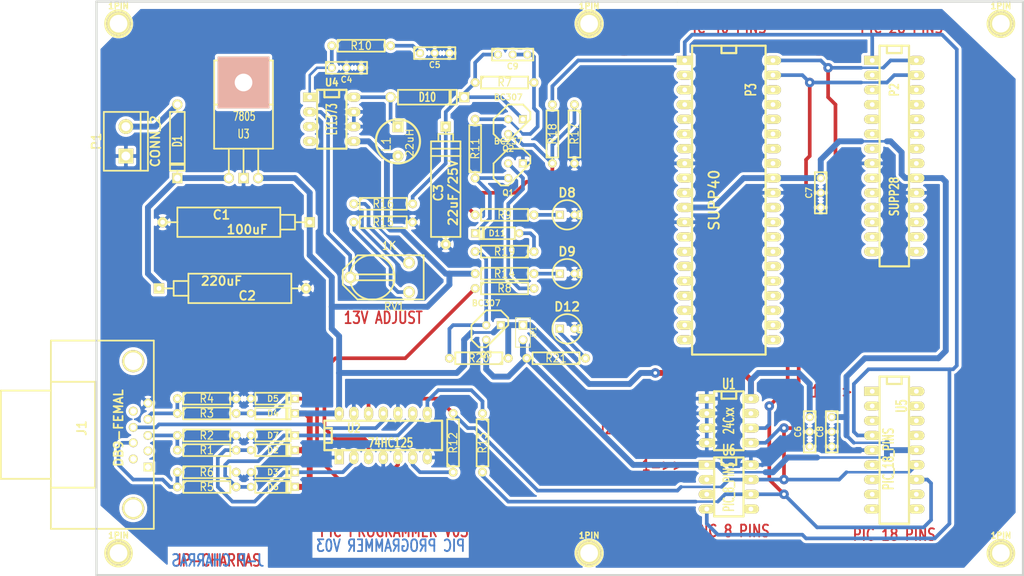
<source format=kicad_pcb>
(kicad_pcb (version 4) (host pcbnew "(2014-07-02 BZR 4969)-product")
  (title_block (title "SERIAL PIC PROGRAMMER"))
  (layers (0 Composant signal) (31 Cuivre signal) (34 B.Paste user) (35 F.Paste user) (36 B.SilkS user) (37 F.SilkS user) (38 B.Mask user) (39 F.Mask user) (44 Edge.Cuts user))
  (net 0 "")
  (net 1 /pic_programmer/CTS)
  (net 2 /pic_programmer/PC-DATA-OUT)
  (net 3 /pic_programmer/RTS)
  (net 4 /pic_programmer/TXD)
  (net 5 /sockets/CLOCK-RB6)
  (net 6 /sockets/DATA-RB7)
  (net 7 /sockets/VCC_PIC)
  (net 8 /sockets/VPP-MCLR)
  (net 9 GND)
  (net 10 N-000009)
  (net 11 N-000010)
  (net 12 N-000011)
  (net 13 N-000013)
  (net 14 N-000015)
  (net 15 N-000016)
  (net 16 N-000017)
  (net 17 N-000018)
  (net 18 N-000021)
  (net 19 N-000022)
  (net 20 N-000023)
  (net 21 N-000024)
  (net 22 N-000025)
  (net 23 N-000026)
  (net 24 N-000027)
  (net 25 N-000028)
  (net 26 N-000029)
  (net 27 N-000030)
  (net 28 N-000031)
  (net 29 N-000032)
  (net 30 N-000033)
  (net 31 N-000034)
  (net 32 N-000036)
  (net 33 N-000038)
  (net 34 VCC)
  (net 35 VPP)
  (module INDUCTOR_V (layer Composant) (at 125.73 64.77 270)
    (fp_text reference L1 (at 0.508 2.032 270) (layer F.SilkS) (effects (font (thickness 0.2032))))
    (fp_text value 22uH (at 0.254 -2.032 270) (layer F.SilkS) (effects (font (size 1.27 1.27) (thickness 0.2032))))
    (pad 1 thru_hole rect (at -2.54 0 270) (size 1.905 1.905) (drill 0.812799) (layers *.Cu *.Mask F.SilkS) (net 19 N-000022))
    (pad 2 thru_hole circle (at 2.54 0 270) (size 1.905 1.905) (drill 0.812799) (layers *.Cu *.Mask F.SilkS) (net 34 VCC))
  )
  (module 14DIP-ELL300 (layer Composant) (at 123.19 115.57)
    (fp_text reference U2 (at -5.08 -1.27) (layer F.SilkS) (effects (font (size 1.524 1.143) (thickness 0.3048))))
    (fp_text value 74HC125 (at 1.27 1.27) (layer F.SilkS) (effects (font (size 1.524 1.143) (thickness 0.3048))))
    (pad 1 thru_hole rect (at -7.62 3.81) (size 1.5748 2.286) (drill 0.812799) (layers *.Cu *.Mask F.SilkS) (net 9 GND))
    (pad 2 thru_hole oval (at -5.08 3.81) (size 1.5748 2.286) (drill 0.812799) (layers *.Cu *.Mask F.SilkS) (net 29 N-000032))
    (pad 3 thru_hole oval (at -2.54 3.81) (size 1.5748 2.286) (drill 0.812799) (layers *.Cu *.Mask F.SilkS) (net 12 N-000011))
    (pad 4 thru_hole oval (at 0 3.81) (size 1.5748 2.286) (drill 0.812799) (layers *.Cu *.Mask F.SilkS) (net 9 GND))
    (pad 5 thru_hole oval (at 2.54 3.81) (size 1.5748 2.286) (drill 0.812799) (layers *.Cu *.Mask F.SilkS) (net 33 N-000038))
    (pad 6 thru_hole oval (at 5.08 3.81) (size 1.5748 2.286) (drill 0.812799) (layers *.Cu *.Mask F.SilkS) (net 10 N-000009))
    (pad 7 thru_hole oval (at 7.62 3.81) (size 1.5748 2.286) (drill 0.812799) (layers *.Cu *.Mask F.SilkS) (net 9 GND))
    (pad 8 thru_hole oval (at 7.62 -3.81) (size 1.5748 2.286) (drill 0.812799) (layers *.Cu *.Mask F.SilkS) (net 11 N-000010))
    (pad 9 thru_hole oval (at 5.08 -3.81) (size 1.5748 2.286) (drill 0.812799) (layers *.Cu *.Mask F.SilkS) (net 32 N-000036))
    (pad 10 thru_hole oval (at 2.54 -3.81) (size 1.5748 2.286) (drill 0.812799) (layers *.Cu *.Mask F.SilkS) (net 9 GND))
    (pad 11 thru_hole oval (at 0 -3.81) (size 1.5748 2.286) (drill 0.812799) (layers *.Cu *.Mask F.SilkS) (net 1 /pic_programmer/CTS))
    (pad 12 thru_hole oval (at -2.54 -3.81) (size 1.5748 2.286) (drill 0.812799) (layers *.Cu *.Mask F.SilkS) (net 6 /sockets/DATA-RB7))
    (pad 13 thru_hole oval (at -5.08 -3.81) (size 1.5748 2.286) (drill 0.812799) (layers *.Cu *.Mask F.SilkS) (net 9 GND))
    (pad 14 thru_hole oval (at -7.62 -3.81) (size 1.5748 2.286) (drill 0.812799) (layers *.Cu *.Mask F.SilkS) (net 34 VCC))
  )
  (module 18DIP-ELL300 (layer Composant) (at 211.455 118.11 270)
    (fp_text reference U5 (at -7.62 -1.27 270) (layer F.SilkS) (effects (font (size 1.778 1.143) (thickness 0.3048))))
    (fp_text value PIC_18_PINS (at 1.524 1.016 270) (layer F.SilkS) (effects (font (size 1.778 1.143) (thickness 0.3048))))
    (pad 1 thru_hole rect (at -10.16 3.81 270) (size 1.5748 2.794) (drill 0.812799) (layers *.Cu *.Mask F.SilkS))
    (pad 2 thru_hole oval (at -7.62 3.81 270) (size 1.5748 2.794) (drill 0.812799) (layers *.Cu *.Mask F.SilkS))
    (pad 3 thru_hole oval (at -5.08 3.81 270) (size 1.5748 2.794) (drill 0.812799) (layers *.Cu *.Mask F.SilkS))
    (pad 4 thru_hole oval (at -2.54 3.81 270) (size 1.5748 2.794) (drill 0.812799) (layers *.Cu *.Mask F.SilkS) (net 8 /sockets/VPP-MCLR))
    (pad 5 thru_hole oval (at 0 3.81 270) (size 1.5748 2.794) (drill 0.812799) (layers *.Cu *.Mask F.SilkS) (net 9 GND))
    (pad 6 thru_hole oval (at 2.54 3.81 270) (size 1.5748 2.794) (drill 0.812799) (layers *.Cu *.Mask F.SilkS))
    (pad 7 thru_hole oval (at 5.08 3.81 270) (size 1.5748 2.794) (drill 0.812799) (layers *.Cu *.Mask F.SilkS))
    (pad 8 thru_hole oval (at 7.62 3.81 270) (size 1.5748 2.794) (drill 0.812799) (layers *.Cu *.Mask F.SilkS))
    (pad 9 thru_hole oval (at 10.16 3.81 270) (size 1.5748 2.794) (drill 0.812799) (layers *.Cu *.Mask F.SilkS))
    (pad 10 thru_hole oval (at 10.16 -3.81 270) (size 1.5748 2.794) (drill 0.812799) (layers *.Cu *.Mask F.SilkS))
    (pad 11 thru_hole oval (at 7.62 -3.81 270) (size 1.5748 2.794) (drill 0.812799) (layers *.Cu *.Mask F.SilkS))
    (pad 12 thru_hole oval (at 5.08 -3.81 270) (size 1.5748 2.794) (drill 0.812799) (layers *.Cu *.Mask F.SilkS) (net 5 /sockets/CLOCK-RB6))
    (pad 13 thru_hole oval (at 2.54 -3.81 270) (size 1.5748 2.794) (drill 0.812799) (layers *.Cu *.Mask F.SilkS) (net 6 /sockets/DATA-RB7))
    (pad 14 thru_hole oval (at 0 -3.81 270) (size 1.5748 2.794) (drill 0.812799) (layers *.Cu *.Mask F.SilkS) (net 7 /sockets/VCC_PIC))
    (pad 15 thru_hole oval (at -2.54 -3.81 270) (size 1.5748 2.794) (drill 0.812799) (layers *.Cu *.Mask F.SilkS))
    (pad 16 thru_hole oval (at -5.08 -3.81 270) (size 1.5748 2.794) (drill 0.812799) (layers *.Cu *.Mask F.SilkS))
    (pad 17 thru_hole oval (at -7.62 -3.81 270) (size 1.5748 2.794) (drill 0.812799) (layers *.Cu *.Mask F.SilkS))
    (pad 18 thru_hole oval (at -10.16 -3.81 270) (size 1.5748 2.794) (drill 0.812799) (layers *.Cu *.Mask F.SilkS))
  )
  (module 8DIP-ELL300 (layer Composant) (at 182.88 113.03 270)
    (fp_text reference U1 (at -6.35 0 360) (layer F.SilkS) (effects (font (size 1.778 1.143) (thickness 0.3048))))
    (fp_text value 24Cxx (at 0 0 270) (layer F.SilkS) (effects (font (size 1.778 1.016) (thickness 0.3048))))
    (pad 1 thru_hole rect (at -3.81 3.81 270) (size 1.5748 2.794) (drill 0.812799) (layers *.Cu *.Mask F.SilkS) (net 9 GND))
    (pad 2 thru_hole oval (at -1.27 3.81 270) (size 1.5748 2.794) (drill 0.812799) (layers *.Cu *.Mask F.SilkS) (net 9 GND))
    (pad 3 thru_hole oval (at 1.27 3.81 270) (size 1.5748 2.794) (drill 0.812799) (layers *.Cu *.Mask F.SilkS) (net 9 GND))
    (pad 4 thru_hole oval (at 3.81 3.81 270) (size 1.5748 2.794) (drill 0.812799) (layers *.Cu *.Mask F.SilkS) (net 9 GND))
    (pad 5 thru_hole oval (at 3.81 -3.81 270) (size 1.5748 2.794) (drill 0.812799) (layers *.Cu *.Mask F.SilkS) (net 6 /sockets/DATA-RB7))
    (pad 6 thru_hole oval (at 1.27 -3.81 270) (size 1.5748 2.794) (drill 0.812799) (layers *.Cu *.Mask F.SilkS) (net 5 /sockets/CLOCK-RB6))
    (pad 7 thru_hole oval (at -1.27 -3.81 270) (size 1.5748 2.794) (drill 0.812799) (layers *.Cu *.Mask F.SilkS))
    (pad 8 thru_hole oval (at -3.81 -3.81 270) (size 1.5748 2.794) (drill 0.812799) (layers *.Cu *.Mask F.SilkS) (net 34 VCC))
  )
  (module 8DIP-ELL300 (layer Composant) (at 114.3 60.96 270)
    (fp_text reference U4 (at -6.35 0 360) (layer F.SilkS) (effects (font (size 1.27 1.143) (thickness 0.3048))))
    (fp_text value LT1373 (at 0 0 270) (layer F.SilkS) (effects (font (size 1.778 1.016) (thickness 0.3048))))
    (pad 1 thru_hole rect (at -3.81 3.81 270) (size 1.5748 2.286) (drill 0.812799) (layers *.Cu *.Mask F.SilkS) (net 18 N-000021))
    (pad 2 thru_hole oval (at -1.27 3.81 270) (size 1.5748 2.286) (drill 0.812799) (layers *.Cu *.Mask F.SilkS) (net 22 N-000025))
    (pad 3 thru_hole oval (at 1.27 3.81 270) (size 1.5748 2.286) (drill 0.812799) (layers *.Cu *.Mask F.SilkS))
    (pad 4 thru_hole oval (at 3.81 3.81 270) (size 1.5748 2.286) (drill 0.812799) (layers *.Cu *.Mask F.SilkS))
    (pad 5 thru_hole oval (at 3.81 -3.81 270) (size 1.5748 2.286) (drill 0.812799) (layers *.Cu *.Mask F.SilkS) (net 34 VCC))
    (pad 6 thru_hole oval (at 1.27 -3.81 270) (size 1.5748 2.286) (drill 0.812799) (layers *.Cu *.Mask F.SilkS) (net 9 GND))
    (pad 7 thru_hole oval (at -1.27 -3.81 270) (size 1.5748 2.286) (drill 0.812799) (layers *.Cu *.Mask F.SilkS) (net 9 GND))
    (pad 8 thru_hole oval (at -3.81 -3.81 270) (size 1.5748 2.286) (drill 0.812799) (layers *.Cu *.Mask F.SilkS) (net 19 N-000022))
  )
  (module 8DIP-ELL300 (layer Composant) (at 182.88 124.46 270)
    (fp_text reference U6 (at -6.35 0 360) (layer F.SilkS) (effects (font (size 1.778 1.143) (thickness 0.3048))))
    (fp_text value PIC_8_PINS (at 0 0 270) (layer F.SilkS) (effects (font (size 1.778 1.016) (thickness 0.3048))))
    (pad 1 thru_hole rect (at -3.81 3.81 270) (size 1.5748 2.794) (drill 0.812799) (layers *.Cu *.Mask F.SilkS) (net 7 /sockets/VCC_PIC))
    (pad 2 thru_hole oval (at -1.27 3.81 270) (size 1.5748 2.794) (drill 0.812799) (layers *.Cu *.Mask F.SilkS))
    (pad 3 thru_hole oval (at 1.27 3.81 270) (size 1.5748 2.794) (drill 0.812799) (layers *.Cu *.Mask F.SilkS))
    (pad 4 thru_hole oval (at 3.81 3.81 270) (size 1.5748 2.794) (drill 0.812799) (layers *.Cu *.Mask F.SilkS) (net 8 /sockets/VPP-MCLR))
    (pad 5 thru_hole oval (at 3.81 -3.81 270) (size 1.5748 2.794) (drill 0.812799) (layers *.Cu *.Mask F.SilkS))
    (pad 6 thru_hole oval (at 1.27 -3.81 270) (size 1.5748 2.794) (drill 0.812799) (layers *.Cu *.Mask F.SilkS) (net 5 /sockets/CLOCK-RB6))
    (pad 7 thru_hole oval (at -1.27 -3.81 270) (size 1.5748 2.794) (drill 0.812799) (layers *.Cu *.Mask F.SilkS) (net 6 /sockets/DATA-RB7))
    (pad 8 thru_hole oval (at -3.81 -3.81 270) (size 1.5748 2.794) (drill 0.812799) (layers *.Cu *.Mask F.SilkS) (net 9 GND))
  )
  (module 28DIP-ELL300 (layer Composant) (at 211.455 67.31 270)
    (fp_text reference P2 (at -11.43 0 270) (layer F.SilkS) (effects (font (size 1.524 1.143) (thickness 0.3048))))
    (fp_text value SUPP28 (at 6.985 0 270) (layer F.SilkS) (effects (font (size 1.524 1.143) (thickness 0.3048))))
    (pad 2 thru_hole oval (at -13.97 3.81 270) (size 1.5748 2.794) (drill 0.812799) (layers *.Cu *.Mask F.SilkS))
    (pad 3 thru_hole oval (at -11.43 3.81 270) (size 1.5748 2.794) (drill 0.812799) (layers *.Cu *.Mask F.SilkS))
    (pad 4 thru_hole oval (at -8.89 3.81 270) (size 1.5748 2.794) (drill 0.812799) (layers *.Cu *.Mask F.SilkS))
    (pad 5 thru_hole oval (at -6.35 3.81 270) (size 1.5748 2.794) (drill 0.812799) (layers *.Cu *.Mask F.SilkS))
    (pad 6 thru_hole oval (at -3.81 3.81 270) (size 1.5748 2.794) (drill 0.812799) (layers *.Cu *.Mask F.SilkS))
    (pad 7 thru_hole oval (at -1.27 3.81 270) (size 1.5748 2.794) (drill 0.812799) (layers *.Cu *.Mask F.SilkS))
    (pad 8 thru_hole oval (at 1.27 3.81 270) (size 1.5748 2.794) (drill 0.812799) (layers *.Cu *.Mask F.SilkS) (net 9 GND))
    (pad 9 thru_hole oval (at 3.81 3.81 270) (size 1.5748 2.794) (drill 0.812799) (layers *.Cu *.Mask F.SilkS))
    (pad 10 thru_hole oval (at 6.35 3.81 270) (size 1.5748 2.794) (drill 0.812799) (layers *.Cu *.Mask F.SilkS))
    (pad 11 thru_hole oval (at 8.89 3.81 270) (size 1.5748 2.794) (drill 0.812799) (layers *.Cu *.Mask F.SilkS))
    (pad 12 thru_hole oval (at 11.43 3.81 270) (size 1.5748 2.794) (drill 0.812799) (layers *.Cu *.Mask F.SilkS))
    (pad 13 thru_hole oval (at 13.97 3.81 270) (size 1.5748 2.794) (drill 0.812799) (layers *.Cu *.Mask F.SilkS))
    (pad 14 thru_hole oval (at 16.51 3.81 270) (size 1.5748 2.794) (drill 0.812799) (layers *.Cu *.Mask F.SilkS))
    (pad 1 thru_hole rect (at -16.51 3.81 270) (size 1.5748 2.794) (drill 0.812799) (layers *.Cu *.Mask F.SilkS) (net 8 /sockets/VPP-MCLR))
    (pad 15 thru_hole oval (at 16.51 -3.81 270) (size 1.5748 2.794) (drill 0.812799) (layers *.Cu *.Mask F.SilkS))
    (pad 16 thru_hole oval (at 13.97 -3.81 270) (size 1.5748 2.794) (drill 0.812799) (layers *.Cu *.Mask F.SilkS))
    (pad 17 thru_hole oval (at 11.43 -3.81 270) (size 1.5748 2.794) (drill 0.812799) (layers *.Cu *.Mask F.SilkS))
    (pad 18 thru_hole oval (at 8.89 -3.81 270) (size 1.5748 2.794) (drill 0.812799) (layers *.Cu *.Mask F.SilkS))
    (pad 19 thru_hole oval (at 6.35 -3.81 270) (size 1.5748 2.794) (drill 0.812799) (layers *.Cu *.Mask F.SilkS) (net 9 GND))
    (pad 20 thru_hole oval (at 3.81 -3.81 270) (size 1.5748 2.794) (drill 0.812799) (layers *.Cu *.Mask F.SilkS) (net 7 /sockets/VCC_PIC))
    (pad 21 thru_hole oval (at 1.27 -3.81 270) (size 1.5748 2.794) (drill 0.812799) (layers *.Cu *.Mask F.SilkS))
    (pad 22 thru_hole oval (at -1.27 -3.81 270) (size 1.5748 2.794) (drill 0.812799) (layers *.Cu *.Mask F.SilkS))
    (pad 23 thru_hole oval (at -3.81 -3.81 270) (size 1.5748 2.794) (drill 0.812799) (layers *.Cu *.Mask F.SilkS))
    (pad 24 thru_hole oval (at -6.35 -3.81 270) (size 1.5748 2.794) (drill 0.812799) (layers *.Cu *.Mask F.SilkS))
    (pad 25 thru_hole oval (at -8.89 -3.81 270) (size 1.5748 2.794) (drill 0.812799) (layers *.Cu *.Mask F.SilkS))
    (pad 26 thru_hole oval (at -11.43 -3.81 270) (size 1.5748 2.794) (drill 0.812799) (layers *.Cu *.Mask F.SilkS))
    (pad 27 thru_hole oval (at -13.97 -3.81 270) (size 1.5748 2.794) (drill 0.812799) (layers *.Cu *.Mask F.SilkS) (net 5 /sockets/CLOCK-RB6))
    (pad 28 thru_hole oval (at -16.51 -3.81 270) (size 1.5748 2.794) (drill 0.812799) (layers *.Cu *.Mask F.SilkS) (net 6 /sockets/DATA-RB7))
  )
  (module 40DIP-ELL600 (layer Composant) (at 182.88 74.93 270)
    (fp_text reference P3 (at -19.05 -3.81 270) (layer F.SilkS) (effects (font (size 1.778 1.143) (thickness 0.3048))))
    (fp_text value SUPP40 (at 0 2.54 270) (layer F.SilkS) (effects (font (size 1.778 1.778) (thickness 0.3048))))
    (pad 1 thru_hole rect (at -24.13 7.62 270) (size 1.5748 2.794) (drill 0.812799) (layers *.Cu *.Mask F.SilkS) (net 8 /sockets/VPP-MCLR))
    (pad 2 thru_hole oval (at -21.59 7.62 270) (size 1.5748 2.794) (drill 0.812799) (layers *.Cu *.Mask F.SilkS))
    (pad 3 thru_hole oval (at -19.05 7.62 270) (size 1.5748 2.794) (drill 0.812799) (layers *.Cu *.Mask F.SilkS))
    (pad 4 thru_hole oval (at -16.51 7.62 270) (size 1.5748 2.794) (drill 0.812799) (layers *.Cu *.Mask F.SilkS))
    (pad 5 thru_hole oval (at -13.97 7.62 270) (size 1.5748 2.794) (drill 0.812799) (layers *.Cu *.Mask F.SilkS))
    (pad 6 thru_hole oval (at -11.43 7.62 270) (size 1.5748 2.794) (drill 0.812799) (layers *.Cu *.Mask F.SilkS))
    (pad 7 thru_hole oval (at -8.89 7.62 270) (size 1.5748 2.794) (drill 0.812799) (layers *.Cu *.Mask F.SilkS))
    (pad 8 thru_hole oval (at -6.35 7.62 270) (size 1.5748 2.794) (drill 0.812799) (layers *.Cu *.Mask F.SilkS) (net 9 GND))
    (pad 9 thru_hole oval (at -3.81 7.62 270) (size 1.5748 2.794) (drill 0.812799) (layers *.Cu *.Mask F.SilkS))
    (pad 10 thru_hole oval (at -1.27 7.62 270) (size 1.5748 2.794) (drill 0.812799) (layers *.Cu *.Mask F.SilkS))
    (pad 11 thru_hole oval (at 1.27 7.62 270) (size 1.5748 2.794) (drill 0.812799) (layers *.Cu *.Mask F.SilkS) (net 7 /sockets/VCC_PIC))
    (pad 12 thru_hole oval (at 3.81 7.62 270) (size 1.5748 2.794) (drill 0.812799) (layers *.Cu *.Mask F.SilkS) (net 9 GND))
    (pad 13 thru_hole oval (at 6.35 7.62 270) (size 1.5748 2.794) (drill 0.812799) (layers *.Cu *.Mask F.SilkS))
    (pad 14 thru_hole oval (at 8.89 7.62 270) (size 1.5748 2.794) (drill 0.812799) (layers *.Cu *.Mask F.SilkS))
    (pad 15 thru_hole oval (at 11.43 7.62 270) (size 1.5748 2.794) (drill 0.812799) (layers *.Cu *.Mask F.SilkS))
    (pad 16 thru_hole oval (at 13.97 7.62 270) (size 1.5748 2.794) (drill 0.812799) (layers *.Cu *.Mask F.SilkS))
    (pad 17 thru_hole oval (at 16.51 7.62 270) (size 1.5748 2.794) (drill 0.812799) (layers *.Cu *.Mask F.SilkS))
    (pad 18 thru_hole oval (at 19.05 7.62 270) (size 1.5748 2.794) (drill 0.812799) (layers *.Cu *.Mask F.SilkS))
    (pad 19 thru_hole oval (at 21.59 7.62 270) (size 1.5748 2.794) (drill 0.812799) (layers *.Cu *.Mask F.SilkS))
    (pad 20 thru_hole oval (at 24.13 7.62 270) (size 1.5748 2.794) (drill 0.812799) (layers *.Cu *.Mask F.SilkS))
    (pad 21 thru_hole oval (at 24.13 -7.62 270) (size 1.5748 2.794) (drill 0.812799) (layers *.Cu *.Mask F.SilkS))
    (pad 22 thru_hole oval (at 21.59 -7.62 270) (size 1.5748 2.794) (drill 0.812799) (layers *.Cu *.Mask F.SilkS))
    (pad 23 thru_hole oval (at 19.05 -7.62 270) (size 1.5748 2.794) (drill 0.812799) (layers *.Cu *.Mask F.SilkS))
    (pad 24 thru_hole oval (at 16.51 -7.62 270) (size 1.5748 2.794) (drill 0.812799) (layers *.Cu *.Mask F.SilkS))
    (pad 25 thru_hole oval (at 13.97 -7.62 270) (size 1.5748 2.794) (drill 0.812799) (layers *.Cu *.Mask F.SilkS))
    (pad 26 thru_hole oval (at 11.43 -7.62 270) (size 1.5748 2.794) (drill 0.812799) (layers *.Cu *.Mask F.SilkS))
    (pad 27 thru_hole oval (at 8.89 -7.62 270) (size 1.5748 2.794) (drill 0.812799) (layers *.Cu *.Mask F.SilkS))
    (pad 28 thru_hole oval (at 6.35 -7.62 270) (size 1.5748 2.794) (drill 0.812799) (layers *.Cu *.Mask F.SilkS))
    (pad 29 thru_hole oval (at 3.81 -7.62 270) (size 1.5748 2.794) (drill 0.812799) (layers *.Cu *.Mask F.SilkS))
    (pad 30 thru_hole oval (at 1.27 -7.62 270) (size 1.5748 2.794) (drill 0.812799) (layers *.Cu *.Mask F.SilkS))
    (pad 31 thru_hole oval (at -1.27 -7.62 270) (size 1.5748 2.794) (drill 0.812799) (layers *.Cu *.Mask F.SilkS) (net 9 GND))
    (pad 32 thru_hole oval (at -3.81 -7.62 270) (size 1.5748 2.794) (drill 0.812799) (layers *.Cu *.Mask F.SilkS) (net 7 /sockets/VCC_PIC))
    (pad 33 thru_hole oval (at -6.35 -7.62 270) (size 1.5748 2.794) (drill 0.812799) (layers *.Cu *.Mask F.SilkS))
    (pad 34 thru_hole oval (at -8.89 -7.62 270) (size 1.5748 2.794) (drill 0.812799) (layers *.Cu *.Mask F.SilkS))
    (pad 35 thru_hole oval (at -11.43 -7.62 270) (size 1.5748 2.794) (drill 0.812799) (layers *.Cu *.Mask F.SilkS))
    (pad 36 thru_hole oval (at -13.97 -7.62 270) (size 1.5748 2.794) (drill 0.812799) (layers *.Cu *.Mask F.SilkS))
    (pad 37 thru_hole oval (at -16.51 -7.62 270) (size 1.5748 2.794) (drill 0.812799) (layers *.Cu *.Mask F.SilkS))
    (pad 38 thru_hole oval (at -19.05 -7.62 270) (size 1.5748 2.794) (drill 0.812799) (layers *.Cu *.Mask F.SilkS))
    (pad 39 thru_hole oval (at -21.59 -7.62 270) (size 1.5748 2.794) (drill 0.812799) (layers *.Cu *.Mask F.SilkS) (net 5 /sockets/CLOCK-RB6))
    (pad 40 thru_hole oval (at -24.13 -7.62 270) (size 1.5748 2.794) (drill 0.812799) (layers *.Cu *.Mask F.SilkS) (net 6 /sockets/DATA-RB7))
  )
  (module D5 (layer Composant) (at 130.81 57.15)
    (fp_text reference D10 (at 0 0) (layer F.SilkS) (effects (font (size 1.524 1.016) (thickness 0.3048))))
    (fp_text value SCHOTTKY hide)
    (pad 1 thru_hole circle (at -6.35 0) (size 1.778 1.778) (drill 1.143) (layers *.Cu *.Mask F.SilkS) (net 19 N-000022))
    (pad 2 thru_hole rect (at 6.35 0) (size 1.778 1.778) (drill 1.143) (layers *.Cu *.Mask F.SilkS) (net 35 VPP))
  )
  (module D5 (layer Composant) (at 87.63 64.77 270)
    (fp_text reference D1 (at 0 0 270) (layer F.SilkS) (effects (font (size 1.524 1.016) (thickness 0.3048))))
    (fp_text value 1N4004 hide)
    (pad 1 thru_hole circle (at -6.35 0 270) (size 1.778 1.778) (drill 1.143) (layers *.Cu *.Mask F.SilkS) (net 15 N-000016))
    (pad 2 thru_hole rect (at 6.35 0 270) (size 1.778 1.778) (drill 1.143) (layers *.Cu *.Mask F.SilkS) (net 30 N-000033))
  )
  (module D3 (layer Composant) (at 104.14 115.57)
    (fp_text reference D7 (at 0 0) (layer F.SilkS) (effects (font (size 1.016 1.016) (thickness 0.2032))))
    (fp_text value BAT43 hide)
    (pad 2 thru_hole rect (at 3.81 0) (size 1.397 1.397) (drill 0.812799) (layers *.Cu *.Mask F.SilkS) (net 32 N-000036))
    (pad 1 thru_hole circle (at -3.81 0) (size 1.397 1.397) (drill 0.812799) (layers *.Cu *.Mask F.SilkS) (net 9 GND))
  )
  (module D3 (layer Composant) (at 104.14 118.11)
    (fp_text reference D2 (at 0 0) (layer F.SilkS) (effects (font (size 1.016 1.016) (thickness 0.2032))))
    (fp_text value BAT43 hide)
    (pad 2 thru_hole rect (at 3.81 0) (size 1.397 1.397) (drill 0.812799) (layers *.Cu *.Mask F.SilkS) (net 34 VCC))
    (pad 1 thru_hole circle (at -3.81 0) (size 1.397 1.397) (drill 0.812799) (layers *.Cu *.Mask F.SilkS) (net 29 N-000032))
  )
  (module D3 (layer Composant) (at 104.14 121.92)
    (fp_text reference D3 (at 0 0) (layer F.SilkS) (effects (font (size 1.016 1.016) (thickness 0.2032))))
    (fp_text value BAT43 hide)
    (pad 2 thru_hole rect (at 3.81 0) (size 1.397 1.397) (drill 0.812799) (layers *.Cu *.Mask F.SilkS) (net 29 N-000032))
    (pad 1 thru_hole circle (at -3.81 0) (size 1.397 1.397) (drill 0.812799) (layers *.Cu *.Mask F.SilkS) (net 9 GND))
  )
  (module D3 (layer Composant) (at 104.14 111.76)
    (fp_text reference D4 (at 0 0) (layer F.SilkS) (effects (font (size 1.016 1.016) (thickness 0.2032))))
    (fp_text value BAT43 hide)
    (pad 2 thru_hole rect (at 3.81 0) (size 1.397 1.397) (drill 0.812799) (layers *.Cu *.Mask F.SilkS) (net 34 VCC))
    (pad 1 thru_hole circle (at -3.81 0) (size 1.397 1.397) (drill 0.812799) (layers *.Cu *.Mask F.SilkS) (net 33 N-000038))
  )
  (module D3 (layer Composant) (at 104.14 109.22)
    (fp_text reference D5 (at 0 0) (layer F.SilkS) (effects (font (size 1.016 1.016) (thickness 0.2032))))
    (fp_text value BAT43 hide)
    (pad 2 thru_hole rect (at 3.81 0) (size 1.397 1.397) (drill 0.812799) (layers *.Cu *.Mask F.SilkS) (net 33 N-000038))
    (pad 1 thru_hole circle (at -3.81 0) (size 1.397 1.397) (drill 0.812799) (layers *.Cu *.Mask F.SilkS) (net 9 GND))
  )
  (module D3 (layer Composant) (at 104.14 124.46)
    (fp_text reference D6 (at 0 0) (layer F.SilkS) (effects (font (size 1.016 1.016) (thickness 0.2032))))
    (fp_text value BAT43 hide)
    (pad 2 thru_hole rect (at 3.81 0) (size 1.397 1.397) (drill 0.812799) (layers *.Cu *.Mask F.SilkS) (net 34 VCC))
    (pad 1 thru_hole circle (at -3.81 0) (size 1.397 1.397) (drill 0.812799) (layers *.Cu *.Mask F.SilkS) (net 32 N-000036))
  )
  (module D3 (layer Composant) (at 142.875 80.645 180)
    (fp_text reference D11 (at 0 0 180) (layer F.SilkS) (effects (font (size 1.016 1.016) (thickness 0.2032))))
    (fp_text value BAT43 hide)
    (pad 2 thru_hole rect (at 3.81 0 180) (size 1.397 1.397) (drill 0.812799) (layers *.Cu *.Mask F.SilkS) (net 26 N-000029))
    (pad 1 thru_hole circle (at -3.81 0 180) (size 1.397 1.397) (drill 0.812799) (layers *.Cu *.Mask F.SilkS) (net 25 N-000028))
  )
  (module R4 (layer Composant) (at 139.065 66.04 90)
    (fp_text reference R11 (at 0 0 90) (layer F.SilkS) (effects (font (size 1.397 1.27) (thickness 0.2032))))
    (fp_text value 22K hide)
    (pad 1 thru_hole circle (at -5.08 0 90) (size 1.524 1.524) (drill 0.812799) (layers *.Cu *.Mask F.SilkS) (net 26 N-000029))
    (pad 2 thru_hole circle (at 5.08 0 90) (size 1.524 1.524) (drill 0.812799) (layers *.Cu *.Mask F.SilkS) (net 31 N-000034))
  )
  (module R4 (layer Composant) (at 119.38 48.26)
    (fp_text reference R10 (at 0 0) (layer F.SilkS) (effects (font (size 1.397 1.27) (thickness 0.2032))))
    (fp_text value 5,1K hide)
    (pad 1 thru_hole circle (at -5.08 0) (size 1.524 1.524) (drill 0.812799) (layers *.Cu *.Mask F.SilkS) (net 18 N-000021))
    (pad 2 thru_hole circle (at 5.08 0) (size 1.524 1.524) (drill 0.812799) (layers *.Cu *.Mask F.SilkS) (net 17 N-000018))
  )
  (module R4 (layer Composant) (at 140.335 116.84 270)
    (fp_text reference R13 (at 0 0 270) (layer F.SilkS) (effects (font (size 1.397 1.27) (thickness 0.2032))))
    (fp_text value 470 hide)
    (pad 1 thru_hole circle (at -5.08 0 270) (size 1.524 1.524) (drill 0.812799) (layers *.Cu *.Mask F.SilkS) (net 11 N-000010))
    (pad 2 thru_hole circle (at 5.08 0 270) (size 1.524 1.524) (drill 0.812799) (layers *.Cu *.Mask F.SilkS) (net 5 /sockets/CLOCK-RB6))
  )
  (module R4 (layer Composant) (at 144.145 87.63)
    (fp_text reference R14 (at 0 0) (layer F.SilkS) (effects (font (size 1.397 1.27) (thickness 0.2032))))
    (fp_text value 470 hide)
    (pad 1 thru_hole circle (at -5.08 0) (size 1.524 1.524) (drill 0.812799) (layers *.Cu *.Mask F.SilkS) (net 34 VCC))
    (pad 2 thru_hole circle (at 5.08 0) (size 1.524 1.524) (drill 0.812799) (layers *.Cu *.Mask F.SilkS) (net 16 N-000017))
  )
  (module R4 (layer Composant) (at 123.19 78.74)
    (fp_text reference R15 (at 0 0) (layer F.SilkS) (effects (font (size 1.397 1.27) (thickness 0.2032))))
    (fp_text value 6.2K hide)
    (pad 1 thru_hole circle (at -5.08 0) (size 1.524 1.524) (drill 0.812799) (layers *.Cu *.Mask F.SilkS) (net 20 N-000023))
    (pad 2 thru_hole circle (at 5.08 0) (size 1.524 1.524) (drill 0.812799) (layers *.Cu *.Mask F.SilkS) (net 9 GND))
  )
  (module R4 (layer Composant) (at 92.71 115.57)
    (fp_text reference R2 (at 0 0) (layer F.SilkS) (effects (font (size 1.397 1.27) (thickness 0.2032))))
    (fp_text value 10K hide)
    (pad 1 thru_hole circle (at -5.08 0) (size 1.524 1.524) (drill 0.812799) (layers *.Cu *.Mask F.SilkS) (net 4 /pic_programmer/TXD))
    (pad 2 thru_hole circle (at 5.08 0) (size 1.524 1.524) (drill 0.812799) (layers *.Cu *.Mask F.SilkS) (net 9 GND))
  )
  (module R4 (layer Composant) (at 92.71 111.76)
    (fp_text reference R3 (at 0 0) (layer F.SilkS) (effects (font (size 1.397 1.27) (thickness 0.2032))))
    (fp_text value 10K hide)
    (pad 1 thru_hole circle (at -5.08 0) (size 1.524 1.524) (drill 0.812799) (layers *.Cu *.Mask F.SilkS) (net 2 /pic_programmer/PC-DATA-OUT))
    (pad 2 thru_hole circle (at 5.08 0) (size 1.524 1.524) (drill 0.812799) (layers *.Cu *.Mask F.SilkS) (net 33 N-000038))
  )
  (module R4 (layer Composant) (at 92.71 109.22)
    (fp_text reference R4 (at 0 0) (layer F.SilkS) (effects (font (size 1.397 1.27) (thickness 0.2032))))
    (fp_text value 10K hide)
    (pad 1 thru_hole circle (at -5.08 0) (size 1.524 1.524) (drill 0.812799) (layers *.Cu *.Mask F.SilkS) (net 2 /pic_programmer/PC-DATA-OUT))
    (pad 2 thru_hole circle (at 5.08 0) (size 1.524 1.524) (drill 0.812799) (layers *.Cu *.Mask F.SilkS) (net 9 GND))
  )
  (module R4 (layer Composant) (at 92.71 124.46)
    (fp_text reference R5 (at 0 0) (layer F.SilkS) (effects (font (size 1.397 1.27) (thickness 0.2032))))
    (fp_text value 10K hide)
    (pad 1 thru_hole circle (at -5.08 0) (size 1.524 1.524) (drill 0.812799) (layers *.Cu *.Mask F.SilkS) (net 3 /pic_programmer/RTS))
    (pad 2 thru_hole circle (at 5.08 0) (size 1.524 1.524) (drill 0.812799) (layers *.Cu *.Mask F.SilkS) (net 32 N-000036))
  )
  (module R4 (layer Composant) (at 92.71 121.92)
    (fp_text reference R6 (at 0 0) (layer F.SilkS) (effects (font (size 1.397 1.27) (thickness 0.2032))))
    (fp_text value 10K hide)
    (pad 1 thru_hole circle (at -5.08 0) (size 1.524 1.524) (drill 0.812799) (layers *.Cu *.Mask F.SilkS) (net 3 /pic_programmer/RTS))
    (pad 2 thru_hole circle (at 5.08 0) (size 1.524 1.524) (drill 0.812799) (layers *.Cu *.Mask F.SilkS) (net 9 GND))
  )
  (module R4 (layer Composant) (at 144.145 54.61)
    (fp_text reference R7 (at 0 0) (layer F.SilkS) (effects (font (size 1.397 1.27) (thickness 0.2032))))
    (fp_text value 10K hide)
    (pad 1 thru_hole circle (at -5.08 0) (size 1.524 1.524) (drill 0.812799) (layers *.Cu *.Mask F.SilkS) (net 35 VPP))
    (pad 2 thru_hole circle (at 5.08 0) (size 1.524 1.524) (drill 0.812799) (layers *.Cu *.Mask F.SilkS) (net 31 N-000034))
  )
  (module R4 (layer Composant) (at 144.145 90.17)
    (fp_text reference R8 (at 0 0) (layer F.SilkS) (effects (font (size 1.397 1.27) (thickness 0.2032))))
    (fp_text value 1K hide)
    (pad 1 thru_hole circle (at -5.08 0) (size 1.524 1.524) (drill 0.812799) (layers *.Cu *.Mask F.SilkS) (net 12 N-000011))
    (pad 2 thru_hole circle (at 5.08 0) (size 1.524 1.524) (drill 0.812799) (layers *.Cu *.Mask F.SilkS) (net 13 N-000013))
  )
  (module R4 (layer Composant) (at 123.19 75.565)
    (fp_text reference R16 (at 0 0) (layer F.SilkS) (effects (font (size 1.397 1.27) (thickness 0.2032))))
    (fp_text value 62K hide)
    (pad 1 thru_hole circle (at -5.08 0) (size 1.524 1.524) (drill 0.812799) (layers *.Cu *.Mask F.SilkS) (net 21 N-000024))
    (pad 2 thru_hole circle (at 5.08 0) (size 1.524 1.524) (drill 0.812799) (layers *.Cu *.Mask F.SilkS) (net 35 VPP))
  )
  (module R4 (layer Composant) (at 156.21 63.5 270)
    (fp_text reference R17 (at 0 0 270) (layer F.SilkS) (effects (font (size 1.397 1.27) (thickness 0.2032))))
    (fp_text value 22K hide)
    (pad 1 thru_hole circle (at -5.08 0 270) (size 1.524 1.524) (drill 0.812799) (layers *.Cu *.Mask F.SilkS) (net 28 N-000031))
    (pad 2 thru_hole circle (at 5.08 0 270) (size 1.524 1.524) (drill 0.812799) (layers *.Cu *.Mask F.SilkS) (net 9 GND))
  )
  (module R4 (layer Composant) (at 135.255 116.84 90)
    (fp_text reference R12 (at 0 0 90) (layer F.SilkS) (effects (font (size 1.397 1.27) (thickness 0.2032))))
    (fp_text value 470 hide)
    (pad 1 thru_hole circle (at -5.08 0 90) (size 1.524 1.524) (drill 0.812799) (layers *.Cu *.Mask F.SilkS) (net 10 N-000009))
    (pad 2 thru_hole circle (at 5.08 0 90) (size 1.524 1.524) (drill 0.812799) (layers *.Cu *.Mask F.SilkS) (net 6 /sockets/DATA-RB7))
  )
  (module R4 (layer Composant) (at 144.145 77.47)
    (fp_text reference R9 (at 0 0) (layer F.SilkS) (effects (font (size 1.397 1.27) (thickness 0.2032))))
    (fp_text value 2.2K hide)
    (pad 1 thru_hole circle (at -5.08 0) (size 1.524 1.524) (drill 0.812799) (layers *.Cu *.Mask F.SilkS) (net 28 N-000031))
    (pad 2 thru_hole circle (at 5.08 0) (size 1.524 1.524) (drill 0.812799) (layers *.Cu *.Mask F.SilkS) (net 14 N-000015))
  )
  (module R4 (layer Composant) (at 92.71 118.11)
    (fp_text reference R1 (at 0 0) (layer F.SilkS) (effects (font (size 1.397 1.27) (thickness 0.2032))))
    (fp_text value 10K hide)
    (pad 1 thru_hole circle (at -5.08 0) (size 1.524 1.524) (drill 0.812799) (layers *.Cu *.Mask F.SilkS) (net 4 /pic_programmer/TXD))
    (pad 2 thru_hole circle (at 5.08 0) (size 1.524 1.524) (drill 0.812799) (layers *.Cu *.Mask F.SilkS) (net 29 N-000032))
  )
  (module R4 (layer Composant) (at 152.4 63.5 90)
    (fp_text reference R18 (at 0 0 90) (layer F.SilkS) (effects (font (size 1.397 1.27) (thickness 0.2032))))
    (fp_text value 220 hide)
    (pad 1 thru_hole circle (at -5.08 0 90) (size 1.524 1.524) (drill 0.812799) (layers *.Cu *.Mask F.SilkS) (net 28 N-000031))
    (pad 2 thru_hole circle (at 5.08 0 90) (size 1.524 1.524) (drill 0.812799) (layers *.Cu *.Mask F.SilkS) (net 27 N-000030))
  )
  (module R4 (layer Composant) (at 144.145 83.82 180)
    (fp_text reference R19 (at 0 0 180) (layer F.SilkS) (effects (font (size 1.397 1.27) (thickness 0.2032))))
    (fp_text value 2.2K hide)
    (pad 1 thru_hole circle (at -5.08 0 180) (size 1.524 1.524) (drill 0.812799) (layers *.Cu *.Mask F.SilkS) (net 25 N-000028))
    (pad 2 thru_hole circle (at 5.08 0 180) (size 1.524 1.524) (drill 0.812799) (layers *.Cu *.Mask F.SilkS) (net 23 N-000026))
  )
  (module R4 (layer Composant) (at 139.7 102.235 180)
    (fp_text reference R20 (at 0 0 180) (layer F.SilkS) (effects (font (size 1.397 1.27) (thickness 0.2032))))
    (fp_text value 2.2K hide)
    (pad 1 thru_hole circle (at -5.08 0 180) (size 1.524 1.524) (drill 0.812799) (layers *.Cu *.Mask F.SilkS) (net 34 VCC))
    (pad 2 thru_hole circle (at 5.08 0 180) (size 1.524 1.524) (drill 0.812799) (layers *.Cu *.Mask F.SilkS) (net 23 N-000026))
  )
  (module R4 (layer Composant) (at 153.035 102.235 180)
    (fp_text reference R21 (at 0 0 180) (layer F.SilkS) (effects (font (size 1.397 1.27) (thickness 0.2032))))
    (fp_text value 470 hide)
    (pad 1 thru_hole circle (at -5.08 0 180) (size 1.524 1.524) (drill 0.812799) (layers *.Cu *.Mask F.SilkS) (net 24 N-000027))
    (pad 2 thru_hole circle (at 5.08 0 180) (size 1.524 1.524) (drill 0.812799) (layers *.Cu *.Mask F.SilkS) (net 7 /sockets/VCC_PIC))
  )
  (module C1-1 (layer Composant) (at 145.542 49.784)
    (fp_text reference C9 (at 0 2.032) (layer F.SilkS) (effects (font (size 1.016 1.016) (thickness 0.2032))))
    (fp_text value 22OnF hide)
    (pad 1 thru_hole circle (at -2.54 0) (size 1.397 1.397) (drill 0.812799) (layers *.Cu *.Mask F.SilkS) (net 35 VPP))
    (pad 2 thru_hole circle (at 2.54 0) (size 1.397 1.397) (drill 0.812799) (layers *.Cu *.Mask F.SilkS) (net 31 N-000034))
    (pad 2 thru_hole circle (at 0 0) (size 1.397 1.397) (drill 0.812799) (layers *.Cu *.Mask F.SilkS) (net 31 N-000034))
  )
  (module TO92 (layer Composant) (at 146.05 62.23)
    (fp_text reference Q2 (at -1.27 3.81) (layer F.SilkS) (effects (font (size 1.016 1.016) (thickness 0.2032))))
    (fp_text value BC307 (at -1.27 -5.08) (layer F.SilkS) (effects (font (size 1.016 1.016) (thickness 0.2032))))
    (pad 1 thru_hole rect (at 1.27 -1.27) (size 1.397 1.397) (drill 0.812799) (layers *.Cu *.Mask F.SilkS) (net 35 VPP))
    (pad 2 thru_hole circle (at -1.27 -1.27) (size 1.397 1.397) (drill 0.812799) (layers *.Cu *.Mask F.SilkS) (net 31 N-000034))
    (pad 3 thru_hole circle (at -1.27 1.27) (size 1.397 1.397) (drill 0.812799) (layers *.Cu *.Mask F.SilkS) (net 28 N-000031))
  )
  (module TO92 (layer Composant) (at 146.05 69.85)
    (fp_text reference Q1 (at -1.27 3.81) (layer F.SilkS) (effects (font (size 1.016 1.016) (thickness 0.2032))))
    (fp_text value BC237 (at -1.27 -5.08) (layer F.SilkS) (effects (font (size 1.016 1.016) (thickness 0.2032))))
    (pad 1 thru_hole rect (at 1.27 -1.27) (size 1.397 1.397) (drill 0.812799) (layers *.Cu *.Mask F.SilkS) (net 9 GND))
    (pad 2 thru_hole circle (at -1.27 -1.27) (size 1.397 1.397) (drill 0.812799) (layers *.Cu *.Mask F.SilkS) (net 13 N-000013))
    (pad 3 thru_hole circle (at -1.27 1.27) (size 1.397 1.397) (drill 0.812799) (layers *.Cu *.Mask F.SilkS) (net 26 N-000029))
  )
  (module C1-1 (layer Composant) (at 200.66 114.935 270)
    (fp_text reference C8 (at 0 2.032 270) (layer F.SilkS) (effects (font (size 1.016 1.016) (thickness 0.2032))))
    (fp_text value 100nF hide)
    (pad 1 thru_hole circle (at -2.54 0 270) (size 1.397 1.397) (drill 0.812799) (layers *.Cu *.Mask F.SilkS) (net 7 /sockets/VCC_PIC))
    (pad 2 thru_hole circle (at 2.54 0 270) (size 1.397 1.397) (drill 0.812799) (layers *.Cu *.Mask F.SilkS) (net 9 GND))
    (pad 2 thru_hole circle (at 0 0 270) (size 1.397 1.397) (drill 0.812799) (layers *.Cu *.Mask F.SilkS) (net 9 GND))
  )
  (module LEDV (layer Composant) (at 154.94 97.155)
    (fp_text reference D12 (at 0 -3.81) (layer F.SilkS) (effects (font (thickness 0.3048))))
    (fp_text value YELLOW-LED hide)
    (pad 1 thru_hole rect (at -1.27 0) (size 1.397 1.397) (drill 0.812799) (layers *.Cu *.Mask F.SilkS) (net 24 N-000027))
    (pad 2 thru_hole circle (at 1.27 0) (size 1.397 1.397) (drill 0.812799) (layers *.Cu *.Mask F.SilkS) (net 9 GND))
  )
  (module TO92 (layer Composant) (at 142.24 97.79)
    (fp_text reference Q3 (at -1.27 3.81) (layer F.SilkS) (effects (font (size 1.016 1.016) (thickness 0.2032))))
    (fp_text value BC307 (at -1.27 -5.08) (layer F.SilkS) (effects (font (size 1.016 1.016) (thickness 0.2032))))
    (pad 1 thru_hole rect (at 1.27 -1.27) (size 1.397 1.397) (drill 0.812799) (layers *.Cu *.Mask F.SilkS) (net 34 VCC))
    (pad 2 thru_hole circle (at -1.27 -1.27) (size 1.397 1.397) (drill 0.812799) (layers *.Cu *.Mask F.SilkS) (net 23 N-000026))
    (pad 3 thru_hole circle (at -1.27 1.27) (size 1.397 1.397) (drill 0.812799) (layers *.Cu *.Mask F.SilkS) (net 7 /sockets/VCC_PIC))
  )
  (module PIN_ARRAY_2X1 (layer Composant) (at 147.32 97.79 270)
    (fp_text reference JP1 (at 0 -1.905 270) (layer F.SilkS) (effects (font (size 0.762 0.762) (thickness 0.1524))))
    (fp_text value JUMPER hide)
    (pad 1 thru_hole rect (at -1.27 0 270) (size 1.524 1.524) (drill 1.016) (layers *.Cu *.Mask F.SilkS) (net 34 VCC))
    (pad 2 thru_hole circle (at 1.27 0 270) (size 1.524 1.524) (drill 1.016) (layers *.Cu *.Mask F.SilkS) (net 7 /sockets/VCC_PIC))
  )
  (module RV2X4 (layer Composant) (at 122.555 88.265 180)
    (fp_text reference RV1 (at -2.54 -5.08 180) (layer F.SilkS) (effects (font (size 1.397 1.27) (thickness 0.2032))))
    (fp_text value 1K (at -1.651 5.461 180) (layer F.SilkS) (effects (font (size 1.397 1.27) (thickness 0.2032))))
    (pad 1 thru_hole circle (at -5.08 -2.54 180) (size 2.032 2.032) (drill 1.27) (layers *.Cu *.Mask F.SilkS) (net 20 N-000023))
    (pad 2 thru_hole circle (at 5.08 0 180) (size 2.032 2.032) (drill 1.27) (layers *.Cu *.Mask F.SilkS) (net 22 N-000025))
    (pad 3 thru_hole circle (at -5.08 2.54 180) (size 2.032 2.032) (drill 1.27) (layers *.Cu *.Mask F.SilkS) (net 21 N-000024))
  )
  (module CP10 (layer Composant) (at 97.155 90.17)
    (fp_text reference C2 (at 2.54 1.27) (layer F.SilkS) (effects (font (thickness 0.3048))))
    (fp_text value 220uF (at -1.905 -1.27) (layer F.SilkS) (effects (font (thickness 0.3048))))
    (pad 2 thru_hole circle (at 12.7 0) (size 1.778 1.778) (drill 0.812799) (layers *.Cu *.Mask F.SilkS) (net 9 GND))
    (pad 1 thru_hole rect (at -12.7 0) (size 1.778 1.778) (drill 0.812799) (layers *.Cu *.Mask F.SilkS) (net 30 N-000033))
  )
  (module CP10 (layer Composant) (at 97.79 78.74 180)
    (fp_text reference C1 (at 2.54 1.27 180) (layer F.SilkS) (effects (font (thickness 0.3048))))
    (fp_text value 100uF (at -1.905 -1.27 180) (layer F.SilkS) (effects (font (thickness 0.3048))))
    (pad 2 thru_hole circle (at 12.7 0 180) (size 1.778 1.778) (drill 0.812799) (layers *.Cu *.Mask F.SilkS) (net 9 GND))
    (pad 1 thru_hole rect (at -12.7 0 180) (size 1.778 1.778) (drill 0.812799) (layers *.Cu *.Mask F.SilkS) (net 34 VCC))
  )
  (module CP8 (layer Composant) (at 133.985 72.39 270)
    (fp_text reference C3 (at 1.27 1.27 270) (layer F.SilkS) (effects (font (thickness 0.3048))))
    (fp_text value 22uF/25V (at 1.27 -1.27 270) (layer F.SilkS) (effects (font (thickness 0.3048))))
    (pad 1 thru_hole rect (at -10.16 0 270) (size 1.778 1.778) (drill 0.812799) (layers *.Cu *.Mask F.SilkS) (net 35 VPP))
    (pad 2 thru_hole circle (at 10.16 0 270) (size 1.778 1.778) (drill 0.812799) (layers *.Cu *.Mask F.SilkS) (net 9 GND))
  )
  (module C1-1 (layer Composant) (at 198.755 73.66 270)
    (fp_text reference C7 (at 0 2.032 270) (layer F.SilkS) (effects (font (size 1.016 1.016) (thickness 0.2032))))
    (fp_text value 100nF hide)
    (pad 1 thru_hole circle (at -2.54 0 270) (size 1.397 1.397) (drill 0.812799) (layers *.Cu *.Mask F.SilkS) (net 7 /sockets/VCC_PIC))
    (pad 2 thru_hole circle (at 2.54 0 270) (size 1.397 1.397) (drill 0.812799) (layers *.Cu *.Mask F.SilkS) (net 9 GND))
    (pad 2 thru_hole circle (at 0 0 270) (size 1.397 1.397) (drill 0.812799) (layers *.Cu *.Mask F.SilkS) (net 9 GND))
  )
  (module C1-1 (layer Composant) (at 196.85 114.935 270)
    (fp_text reference C6 (at 0 2.032 270) (layer F.SilkS) (effects (font (size 1.016 1.016) (thickness 0.2032))))
    (fp_text value 100nF hide)
    (pad 1 thru_hole circle (at -2.54 0 270) (size 1.397 1.397) (drill 0.812799) (layers *.Cu *.Mask F.SilkS) (net 34 VCC))
    (pad 2 thru_hole circle (at 2.54 0 270) (size 1.397 1.397) (drill 0.812799) (layers *.Cu *.Mask F.SilkS) (net 9 GND))
    (pad 2 thru_hole circle (at 0 0 270) (size 1.397 1.397) (drill 0.812799) (layers *.Cu *.Mask F.SilkS) (net 9 GND))
  )
  (module 1pin (layer Composant) (at 158.75 44.45)
    (fp_text reference 1PIN (at 0 -3.048) (layer F.SilkS) (effects (font (size 1.016 1.016) (thickness 0.254))))
    (fp_text value P*** hide)
    (pad 1 thru_hole circle (at 0 0) (size 4.064 4.064) (drill 3.048) (layers *.Cu *.Mask F.SilkS))
  )
  (module 1pin (layer Composant) (at 158.75 135.89)
    (fp_text reference 1PIN (at 0 -3.048) (layer F.SilkS) (effects (font (size 1.016 1.016) (thickness 0.254))))
    (fp_text value P*** hide)
    (pad 1 thru_hole circle (at 0 0) (size 4.064 4.064) (drill 3.048) (layers *.Cu *.Mask F.SilkS))
  )
  (module 1pin (layer Composant) (at 77.47 135.89)
    (fp_text reference 1PIN (at 0 -3.048) (layer F.SilkS) (effects (font (size 1.016 1.016) (thickness 0.254))))
    (fp_text value P*** hide)
    (pad 1 thru_hole circle (at 0 0) (size 4.064 4.064) (drill 3.048) (layers *.Cu *.Mask F.SilkS))
  )
  (module 1pin (layer Composant) (at 77.47 44.45)
    (fp_text reference 1PIN (at 0 -3.048) (layer F.SilkS) (effects (font (size 1.016 1.016) (thickness 0.254))))
    (fp_text value P*** hide)
    (pad 1 thru_hole circle (at 0 0) (size 4.064 4.064) (drill 3.048) (layers *.Cu *.Mask F.SilkS))
  )
  (module 1pin (layer Composant) (at 229.87 135.89)
    (fp_text reference 1PIN (at 0 -3.048) (layer F.SilkS) (effects (font (size 1.016 1.016) (thickness 0.254))))
    (fp_text value P*** hide)
    (pad 1 thru_hole circle (at 0 0) (size 4.064 4.064) (drill 3.048) (layers *.Cu *.Mask F.SilkS))
  )
  (module 1pin (layer Composant) (at 229.87 44.45)
    (fp_text reference 1PIN (at 0 -3.048) (layer F.SilkS) (effects (font (size 1.016 1.016) (thickness 0.254))))
    (fp_text value P*** hide)
    (pad 1 thru_hole circle (at 0 0) (size 4.064 4.064) (drill 3.048) (layers *.Cu *.Mask F.SilkS))
  )
  (module LM78XX (layer Composant) (at 99.06 71.12 90)
    (fp_text reference U3 (at 7.62 0 180) (layer F.SilkS) (effects (font (size 1.524 1.016) (thickness 0.2032))))
    (fp_text value 7805 (at 10.668 0.127 180) (layer F.SilkS) (effects (font (size 1.524 1.016) (thickness 0.2032))))
    (pad 4 thru_hole rect (at 16.51 0 90) (size 8.89 8.89) (drill 3.048) (layers *.Cu *.SilkS *.Mask))
    (pad VI thru_hole circle (at 0 -2.54 90) (size 1.778 1.778) (drill 1.143) (layers *.Cu *.Mask F.SilkS) (net 30 N-000033))
    (pad GND thru_hole rect (at 0 0 90) (size 1.778 1.778) (drill 1.143) (layers *.Cu *.Mask F.SilkS) (net 9 GND))
    (pad VO thru_hole circle (at 0 2.54 90) (size 1.778 1.778) (drill 1.143) (layers *.Cu *.Mask F.SilkS) (net 34 VCC))
  )
  (module LEDV (layer Composant) (at 154.94 77.47)
    (fp_text reference D8 (at 0 -3.81) (layer F.SilkS) (effects (font (thickness 0.3048))))
    (fp_text value RED-LED hide)
    (pad 1 thru_hole rect (at -1.27 0) (size 1.397 1.397) (drill 0.812799) (layers *.Cu *.Mask F.SilkS) (net 14 N-000015))
    (pad 2 thru_hole circle (at 1.27 0) (size 1.397 1.397) (drill 0.812799) (layers *.Cu *.Mask F.SilkS) (net 9 GND))
  )
  (module LEDV (layer Composant) (at 154.94 87.63)
    (fp_text reference D9 (at 0 -3.81) (layer F.SilkS) (effects (font (thickness 0.3048))))
    (fp_text value GREEN-LED hide)
    (pad 1 thru_hole rect (at -1.27 0) (size 1.397 1.397) (drill 0.812799) (layers *.Cu *.Mask F.SilkS) (net 16 N-000017))
    (pad 2 thru_hole circle (at 1.27 0) (size 1.397 1.397) (drill 0.812799) (layers *.Cu *.Mask F.SilkS) (net 9 GND))
  )
  (module DB9FC (layer Composant) (at 81.28 115.57 90)
    (fp_text reference J1 (at 1.27 -10.16 90) (layer F.SilkS) (effects (font (thickness 0.3048))))
    (fp_text value DB9-FEMAL (at 1.27 -3.81 90) (layer F.SilkS) (effects (font (thickness 0.3048))))
    (pad "" thru_hole circle (at 12.827 -1.27 90) (size 3.81 3.81) (drill 3.048) (layers *.Cu *.Mask F.SilkS))
    (pad "" thru_hole circle (at -12.573 -1.27 90) (size 3.81 3.81) (drill 3.048) (layers *.Cu *.Mask F.SilkS))
    (pad 1 thru_hole rect (at -5.461 1.27 90) (size 1.524 1.524) (drill 1.016) (layers *.Cu *.Mask F.SilkS))
    (pad 2 thru_hole circle (at -2.667 1.27 90) (size 1.524 1.524) (drill 1.016) (layers *.Cu *.Mask F.SilkS))
    (pad 3 thru_hole circle (at 0 1.27 90) (size 1.524 1.524) (drill 1.016) (layers *.Cu *.Mask F.SilkS) (net 4 /pic_programmer/TXD))
    (pad 4 thru_hole circle (at 2.794 1.27 90) (size 1.524 1.524) (drill 1.016) (layers *.Cu *.Mask F.SilkS) (net 2 /pic_programmer/PC-DATA-OUT))
    (pad 5 thru_hole circle (at 5.588 1.27 90) (size 1.524 1.524) (drill 1.016) (layers *.Cu *.Mask F.SilkS) (net 9 GND))
    (pad 6 thru_hole circle (at -4.064 -1.27 90) (size 1.524 1.524) (drill 1.016) (layers *.Cu *.Mask F.SilkS))
    (pad 7 thru_hole circle (at -1.27 -1.27 90) (size 1.524 1.524) (drill 1.016) (layers *.Cu *.Mask F.SilkS) (net 3 /pic_programmer/RTS))
    (pad 8 thru_hole circle (at 1.397 -1.27 90) (size 1.524 1.524) (drill 1.016) (layers *.Cu *.Mask F.SilkS) (net 1 /pic_programmer/CTS))
    (pad 9 thru_hole circle (at 4.191 -1.27 90) (size 1.524 1.524) (drill 1.016) (layers *.Cu *.Mask F.SilkS))
  )
  (module C1-1 (layer Composant) (at 132.08 49.53)
    (fp_text reference C5 (at 0 2.032) (layer F.SilkS) (effects (font (size 1.016 1.016) (thickness 0.2032))))
    (fp_text value 10nF hide)
    (pad 1 thru_hole circle (at -2.54 0) (size 1.397 1.397) (drill 0.812799) (layers *.Cu *.Mask F.SilkS) (net 17 N-000018))
    (pad 2 thru_hole circle (at 2.54 0) (size 1.397 1.397) (drill 0.812799) (layers *.Cu *.Mask F.SilkS) (net 9 GND))
    (pad 2 thru_hole circle (at 0 0) (size 1.397 1.397) (drill 0.812799) (layers *.Cu *.Mask F.SilkS) (net 9 GND))
  )
  (module C1-1 (layer Composant) (at 116.84 52.07)
    (fp_text reference C4 (at 0 2.032) (layer F.SilkS) (effects (font (size 1.016 1.016) (thickness 0.2032))))
    (fp_text value 0 hide)
    (pad 1 thru_hole circle (at -2.54 0) (size 1.397 1.397) (drill 0.812799) (layers *.Cu *.Mask F.SilkS) (net 18 N-000021))
    (pad 2 thru_hole circle (at 2.54 0) (size 1.397 1.397) (drill 0.812799) (layers *.Cu *.Mask F.SilkS) (net 9 GND))
    (pad 2 thru_hole circle (at 0 0) (size 1.397 1.397) (drill 0.812799) (layers *.Cu *.Mask F.SilkS) (net 9 GND))
  )
  (module bornier2 (layer Composant) (at 78.74 64.77 90)
    (fp_text reference P1 (at 0 -5.08 90) (layer F.SilkS) (effects (font (thickness 0.3048))))
    (fp_text value CONN_2 (at 0 5.08 90) (layer F.SilkS) (effects (font (thickness 0.3048))))
    (pad 1 thru_hole rect (at -2.54 0 90) (size 2.54 2.54) (drill 1.524) (layers *.Cu *.Mask F.SilkS) (net 9 GND))
    (pad 2 thru_hole circle (at 2.54 0 90) (size 2.54 2.54) (drill 1.524) (layers *.Cu *.Mask F.SilkS) (net 15 N-000016))
  )
  (gr_text "VCC ON" (at 163.83 98.425) (layer Composant) (effects (font (size 2.032 1.524) (thickness 0.3048))))
  (gr_text 1=>> (at 200.66 107.95) (layer Composant) (effects (font (size 2.032 1.524) (thickness 0.3048))))
  (gr_text 1=>> (at 171.45 120.65) (layer Composant) (effects (font (size 2.032 1.524) (thickness 0.3048))))
  (gr_text 1=>> (at 171.45 109.22) (layer Composant) (effects (font (size 2.032 1.524) (thickness 0.3048))))
  (gr_text 1=>> (at 201.295 48.895) (layer Composant) (effects (font (size 2.032 1.524) (thickness 0.3048))))
  (gr_text 1=>> (at 167.64 48.895) (layer Composant) (effects (font (size 2.032 1.524) (thickness 0.3048))))
  (gr_text JP-CHARRAS (at 94.615 137.16) (layer Composant) (effects (font (size 2.032 1.524) (thickness 0.3048))))
  (gr_text "J-P CHARRAS" (at 94.615 137.16) (layer Cuivre) (effects (font (size 2.032 1.524) (thickness 0.3048)) (justify mirror)))
  (gr_text "13V ADJUST" (at 123.19 95.25) (layer Composant) (effects (font (size 2.032 1.524) (thickness 0.3048))))
  (gr_text "PIC 40 PINS" (at 182.245 45.085) (layer Composant) (effects (font (size 2.032 1.524) (thickness 0.3048))))
  (gr_text "PIC 28 PINS" (at 212.725 45.085) (layer Composant) (effects (font (size 2.032 1.524) (thickness 0.3048))))
  (gr_text "PIC 18 PINS" (at 211.455 132.715) (layer Composant) (effects (font (size 2.032 1.524) (thickness 0.3048))))
  (gr_text "I2C PROM" (at 166.37 114.3) (layer Composant) (effects (font (size 2.032 1.524) (thickness 0.3048))))
  (gr_text "PIC 8 PINS" (at 183.515 132.08) (layer Composant) (effects (font (size 2.032 1.524) (thickness 0.3048))))
  (gr_text "PWR ON" (at 163.83 88.9) (layer Composant) (effects (font (size 2.032 1.524) (thickness 0.3048))))
  (gr_text "VPP ON" (at 163.195 80.645) (layer Composant) (effects (font (size 2.032 1.524) (thickness 0.3048))))
  (gr_text +8/12V (at 80.01 57.15) (layer Composant) (effects (font (size 2.032 1.524) (thickness 0.3048))))
  (gr_text "PIC PROGRAMMER V03" (at 125.095 132.08) (layer Composant) (effects (font (size 2.032 1.524) (thickness 0.3048))))
  (gr_text "PIC PROGRAMMER V03" (at 124.46 134.62) (layer Cuivre) (effects (font (size 2.032 1.524) (thickness 0.3048)) (justify mirror)))
  (gr_line (start 73.66 139.7) (end 73.66 40.64) (angle 90) (layer Edge.Cuts) (width 0.381))
  (gr_line (start 233.68 139.7) (end 73.66 139.7) (angle 90) (layer Edge.Cuts) (width 0.381))
  (gr_line (start 233.68 40.64) (end 233.68 139.7) (angle 90) (layer Edge.Cuts) (width 0.381))
  (gr_line (start 173.99 40.64) (end 233.68 40.64) (angle 90) (layer Edge.Cuts) (width 0.381))
  (gr_line (start 73.66 40.64) (end 173.99 40.64) (angle 90) (layer Edge.Cuts) (width 0.381))
  (segment (start 84.455 113.665) (end 112.395 113.665) (width 0.635) (layer Cuivre) (net 1))
  (segment (start 83.947 114.173) (end 84.455 113.665) (width 0.635) (layer Cuivre) (net 1))
  (segment (start 113.03 114.3) (end 121.92 114.3) (width 0.635) (layer Cuivre) (net 1))
  (segment (start 121.92 114.3) (end 123.19 113.03) (width 0.635) (layer Cuivre) (net 1))
  (segment (start 123.19 113.03) (end 123.19 111.76) (width 0.635) (layer Cuivre) (net 1))
  (segment (start 80.01 114.173) (end 83.947 114.173) (width 0.635) (layer Cuivre) (net 1))
  (segment (start 112.395 113.665) (end 113.03 114.3) (width 0.635) (layer Cuivre) (net 1))
  (segment (start 87.63 111.76) (end 87.63 109.22) (width 0.635) (layer Cuivre) (net 2))
  (segment (start 82.55 112.776) (end 82.55 112.395) (width 0.635) (layer Cuivre) (net 2))
  (segment (start 82.55 112.395) (end 83.185 111.76) (width 0.635) (layer Cuivre) (net 2))
  (segment (start 83.185 111.76) (end 87.63 111.76) (width 0.635) (layer Cuivre) (net 2))
  (segment (start 77.47 120.65) (end 80.01 123.19) (width 0.635) (layer Cuivre) (net 3))
  (segment (start 87.63 124.46) (end 87.63 121.92) (width 0.635) (layer Cuivre) (net 3))
  (segment (start 85.09 123.19) (end 86.36 124.46) (width 0.635) (layer Cuivre) (net 3))
  (segment (start 78.105 116.84) (end 77.47 117.475) (width 0.635) (layer Cuivre) (net 3))
  (segment (start 80.01 123.19) (end 85.09 123.19) (width 0.635) (layer Cuivre) (net 3))
  (segment (start 86.36 124.46) (end 87.63 124.46) (width 0.635) (layer Cuivre) (net 3))
  (segment (start 80.01 116.84) (end 78.105 116.84) (width 0.635) (layer Cuivre) (net 3))
  (segment (start 77.47 117.475) (end 77.47 120.65) (width 0.635) (layer Cuivre) (net 3))
  (segment (start 87.63 115.57) (end 82.55 115.57) (width 0.635) (layer Cuivre) (net 4))
  (segment (start 87.63 118.11) (end 87.63 115.57) (width 0.635) (layer Cuivre) (net 4))
  (segment (start 189.865 113.665) (end 189.23 114.3) (width 0.635) (layer Cuivre) (net 5))
  (segment (start 216.535 131.445) (end 217.805 130.175) (width 0.635) (layer Cuivre) (net 5))
  (segment (start 177.165 127) (end 180.975 127) (width 0.4318) (layer Cuivre) (net 5))
  (segment (start 182.245 125.73) (end 180.975 127) (width 0.635) (layer Cuivre) (net 5))
  (via (at 189.865 110.49) (size 1.651) (layers Composant Cuivre) (net 5))
  (segment (start 182.245 125.73) (end 186.69 125.73) (width 0.635) (layer Cuivre) (net 5))
  (segment (start 196.215 72.39) (end 196.215 67.945) (width 0.635) (layer Composant) (net 5))
  (segment (start 189.865 110.49) (end 189.865 123.19) (width 0.635) (layer Composant) (net 5))
  (segment (start 196.215 67.945) (end 196.85 67.31) (width 0.635) (layer Composant) (net 5))
  (segment (start 190.5 53.34) (end 195.58 53.34) (width 0.635) (layer Cuivre) (net 5))
  (segment (start 195.58 53.34) (end 196.85 54.61) (width 0.635) (layer Cuivre) (net 5))
  (segment (start 217.17 123.19) (end 215.265 123.19) (width 0.635) (layer Cuivre) (net 5))
  (segment (start 140.335 121.92) (end 140.335 122.555) (width 0.635) (layer Cuivre) (net 5))
  (segment (start 198.12 131.445) (end 216.535 131.445) (width 0.635) (layer Cuivre) (net 5))
  (segment (start 186.69 125.73) (end 192.405 125.73) (width 0.635) (layer Cuivre) (net 5))
  (segment (start 193.04 107.315) (end 189.865 110.49) (width 0.635) (layer Composant) (net 5))
  (segment (start 193.04 75.565) (end 196.215 72.39) (width 0.635) (layer Composant) (net 5))
  (via (at 196.85 54.61) (size 1.651) (layers Composant Cuivre) (net 5))
  (via (at 192.405 125.73) (size 1.651) (layers Composant Cuivre) (net 5))
  (segment (start 189.23 114.3) (end 186.69 114.3) (width 0.635) (layer Cuivre) (net 5))
  (segment (start 189.865 123.19) (end 192.405 125.73) (width 0.635) (layer Composant) (net 5))
  (segment (start 196.85 67.31) (end 196.85 54.61) (width 0.635) (layer Composant) (net 5))
  (segment (start 193.04 107.315) (end 193.04 75.565) (width 0.635) (layer Composant) (net 5))
  (segment (start 144.78 127) (end 177.165 127) (width 0.635) (layer Cuivre) (net 5))
  (segment (start 192.405 125.73) (end 198.12 131.445) (width 0.635) (layer Cuivre) (net 5))
  (segment (start 211.455 53.34) (end 215.265 53.34) (width 0.635) (layer Cuivre) (net 5))
  (segment (start 210.185 54.61) (end 208.915 54.61) (width 0.635) (layer Cuivre) (net 5))
  (segment (start 211.455 53.34) (end 210.185 54.61) (width 0.635) (layer Cuivre) (net 5))
  (segment (start 196.85 54.61) (end 205.74 54.61) (width 0.635) (layer Cuivre) (net 5))
  (segment (start 205.74 54.61) (end 208.915 54.61) (width 0.4318) (layer Cuivre) (net 5))
  (segment (start 217.805 130.175) (end 217.805 123.825) (width 0.635) (layer Cuivre) (net 5))
  (segment (start 217.805 123.825) (end 217.17 123.19) (width 0.635) (layer Cuivre) (net 5))
  (segment (start 140.335 122.555) (end 144.78 127) (width 0.635) (layer Cuivre) (net 5))
  (segment (start 189.865 110.49) (end 189.865 113.665) (width 0.635) (layer Cuivre) (net 5))
  (segment (start 191.77 114.3) (end 189.23 116.84) (width 0.635) (layer Cuivre) (net 6))
  (segment (start 189.23 116.84) (end 186.69 116.84) (width 0.635) (layer Cuivre) (net 6))
  (segment (start 192.405 114.3) (end 191.77 114.3) (width 0.635) (layer Cuivre) (net 6))
  (segment (start 139.065 114.3) (end 149.86 125.095) (width 0.635) (layer Cuivre) (net 6))
  (segment (start 137.795 114.3) (end 139.065 114.3) (width 0.635) (layer Cuivre) (net 6))
  (segment (start 201.295 85.09) (end 194.945 91.44) (width 0.635) (layer Composant) (net 6))
  (segment (start 201.295 58.42) (end 201.295 85.09) (width 0.635) (layer Composant) (net 6))
  (via (at 192.405 114.3) (size 1.651) (layers Composant Cuivre) (net 6))
  (segment (start 200.025 57.15) (end 201.295 58.42) (width 0.635) (layer Composant) (net 6))
  (segment (start 215.265 50.8) (end 210.82 50.8) (width 0.635) (layer Cuivre) (net 6))
  (segment (start 135.255 111.76) (end 137.795 114.3) (width 0.635) (layer Cuivre) (net 6))
  (segment (start 198.755 50.8) (end 200.025 52.07) (width 0.635) (layer Cuivre) (net 6))
  (segment (start 190.5 50.8) (end 198.755 50.8) (width 0.635) (layer Cuivre) (net 6))
  (segment (start 194.31 114.3) (end 192.405 114.3) (width 0.635) (layer Composant) (net 6))
  (via (at 200.025 52.07) (size 1.651) (layers Composant Cuivre) (net 6))
  (segment (start 200.025 57.15) (end 200.025 52.07) (width 0.635) (layer Composant) (net 6))
  (segment (start 194.945 113.665) (end 194.31 114.3) (width 0.635) (layer Composant) (net 6))
  (segment (start 194.945 91.44) (end 194.945 113.665) (width 0.635) (layer Composant) (net 6))
  (segment (start 182.88 123.19) (end 186.69 123.19) (width 0.635) (layer Cuivre) (net 6))
  (segment (start 205.74 52.07) (end 209.55 52.07) (width 0.4318) (layer Cuivre) (net 6))
  (segment (start 121.285 109.22) (end 132.715 109.22) (width 0.635) (layer Composant) (net 6))
  (segment (start 192.405 123.19) (end 201.93 123.19) (width 0.635) (layer Cuivre) (net 6))
  (segment (start 120.65 111.76) (end 120.65 109.855) (width 0.635) (layer Composant) (net 6))
  (segment (start 120.65 109.855) (end 121.285 109.22) (width 0.635) (layer Composant) (net 6))
  (segment (start 181.61 124.46) (end 182.88 123.19) (width 0.635) (layer Cuivre) (net 6))
  (segment (start 149.86 125.095) (end 173.99 125.095) (width 0.635) (layer Cuivre) (net 6))
  (segment (start 174.625 124.46) (end 181.61 124.46) (width 0.4318) (layer Cuivre) (net 6))
  (segment (start 186.69 123.19) (end 192.405 123.19) (width 0.635) (layer Cuivre) (net 6))
  (segment (start 213.995 121.92) (end 215.265 120.65) (width 0.635) (layer Cuivre) (net 6))
  (segment (start 201.93 123.19) (end 203.2 121.92) (width 0.635) (layer Cuivre) (net 6))
  (segment (start 209.55 52.07) (end 210.82 50.8) (width 0.635) (layer Cuivre) (net 6))
  (segment (start 173.99 125.095) (end 174.625 124.46) (width 0.635) (layer Cuivre) (net 6))
  (segment (start 203.2 121.92) (end 213.995 121.92) (width 0.4318) (layer Cuivre) (net 6))
  (segment (start 200.025 52.07) (end 205.74 52.07) (width 0.635) (layer Cuivre) (net 6))
  (segment (start 192.405 114.3) (end 192.405 123.19) (width 0.635) (layer Composant) (net 6))
  (segment (start 132.715 109.22) (end 135.255 111.76) (width 0.635) (layer Composant) (net 6))
  (via (at 192.405 123.19) (size 1.651) (layers Composant Cuivre) (net 6))
  (segment (start 200.66 112.395) (end 203.2 112.395) (width 1.016) (layer Cuivre) (net 7))
  (segment (start 210.185 118.11) (end 210.185 116.84) (width 1.016) (layer Cuivre) (net 7))
  (segment (start 179.07 120.65) (end 166.37 120.65) (width 1.016) (layer Cuivre) (net 7))
  (segment (start 144.78 105.41) (end 147.955 102.235) (width 1.016) (layer Cuivre) (net 7))
  (segment (start 142.24 105.41) (end 144.78 105.41) (width 1.016) (layer Cuivre) (net 7))
  (segment (start 140.97 104.14) (end 142.24 105.41) (width 1.016) (layer Cuivre) (net 7))
  (segment (start 140.97 99.06) (end 140.97 104.14) (width 1.016) (layer Cuivre) (net 7))
  (segment (start 147.32 101.6) (end 147.955 102.235) (width 1.016) (layer Cuivre) (net 7))
  (segment (start 147.32 99.06) (end 147.32 101.6) (width 1.016) (layer Cuivre) (net 7))
  (segment (start 203.2 115.57) (end 204.47 116.84) (width 0.635) (layer Cuivre) (net 7))
  (segment (start 203.2 112.395) (end 203.2 115.57) (width 1.016) (layer Cuivre) (net 7))
  (segment (start 203.2 105.41) (end 203.2 112.395) (width 1.016) (layer Cuivre) (net 7))
  (segment (start 180.34 76.2) (end 185.42 71.12) (width 1.016) (layer Cuivre) (net 7))
  (segment (start 210.185 118.11) (end 215.265 118.11) (width 1.016) (layer Cuivre) (net 7))
  (segment (start 175.26 76.2) (end 180.34 76.2) (width 1.016) (layer Cuivre) (net 7))
  (segment (start 179.07 120.65) (end 180.975 120.65) (width 1.016) (layer Cuivre) (net 7))
  (segment (start 180.975 120.65) (end 182.245 121.92) (width 1.016) (layer Cuivre) (net 7))
  (segment (start 190.5 121.92) (end 193.04 119.38) (width 1.016) (layer Cuivre) (net 7))
  (segment (start 185.42 71.12) (end 190.5 71.12) (width 1.016) (layer Cuivre) (net 7))
  (segment (start 189.23 121.92) (end 190.5 121.92) (width 1.016) (layer Cuivre) (net 7))
  (segment (start 182.245 121.92) (end 189.23 121.92) (width 0.4318) (layer Cuivre) (net 7))
  (segment (start 193.04 119.38) (end 198.12 119.38) (width 1.016) (layer Cuivre) (net 7))
  (segment (start 210.185 119.38) (end 210.185 118.11) (width 1.016) (layer Cuivre) (net 7))
  (segment (start 198.12 119.38) (end 210.185 119.38) (width 0.4318) (layer Cuivre) (net 7))
  (segment (start 219.075 102.235) (end 220.345 100.965) (width 1.016) (layer Cuivre) (net 7))
  (segment (start 220.345 100.965) (end 220.345 71.755) (width 1.016) (layer Cuivre) (net 7))
  (segment (start 220.345 71.755) (end 219.71 71.12) (width 1.016) (layer Cuivre) (net 7))
  (segment (start 219.71 71.12) (end 215.265 71.12) (width 1.016) (layer Cuivre) (net 7))
  (segment (start 204.47 116.84) (end 210.185 116.84) (width 0.4318) (layer Cuivre) (net 7))
  (segment (start 212.725 66.675) (end 212.725 70.485) (width 1.016) (layer Cuivre) (net 7))
  (segment (start 203.2 105.41) (end 206.375 102.235) (width 1.016) (layer Cuivre) (net 7))
  (segment (start 206.375 102.235) (end 219.075 102.235) (width 1.016) (layer Cuivre) (net 7))
  (segment (start 210.82 64.77) (end 212.725 66.675) (width 1.016) (layer Cuivre) (net 7))
  (segment (start 166.37 120.65) (end 147.955 102.235) (width 1.016) (layer Cuivre) (net 7))
  (segment (start 212.725 70.485) (end 213.36 71.12) (width 1.016) (layer Cuivre) (net 7))
  (segment (start 213.36 71.12) (end 215.265 71.12) (width 1.016) (layer Cuivre) (net 7))
  (segment (start 190.5 71.12) (end 198.755 71.12) (width 1.016) (layer Cuivre) (net 7))
  (segment (start 210.185 64.77) (end 210.82 64.77) (width 1.016) (layer Cuivre) (net 7))
  (segment (start 198.755 71.12) (end 198.755 67.945) (width 1.016) (layer Cuivre) (net 7))
  (segment (start 205.74 64.77) (end 210.185 64.77) (width 0.4318) (layer Cuivre) (net 7))
  (segment (start 198.755 67.945) (end 201.93 64.77) (width 1.016) (layer Cuivre) (net 7))
  (segment (start 201.93 64.77) (end 205.74 64.77) (width 1.016) (layer Cuivre) (net 7))
  (segment (start 156.845 50.8) (end 152.4 55.245) (width 0.635) (layer Cuivre) (net 8))
  (segment (start 195.58 132.715) (end 180.975 132.715) (width 0.635) (layer Cuivre) (net 8))
  (segment (start 196.215 133.35) (end 218.44 133.35) (width 0.635) (layer Cuivre) (net 8))
  (segment (start 222.25 48.895) (end 219.71 46.355) (width 0.635) (layer Cuivre) (net 8))
  (segment (start 175.26 47.625) (end 176.53 46.355) (width 0.635) (layer Cuivre) (net 8))
  (segment (start 207.645 46.355) (end 176.53 46.355) (width 0.635) (layer Cuivre) (net 8))
  (segment (start 179.07 130.81) (end 179.07 128.27) (width 0.635) (layer Cuivre) (net 8))
  (segment (start 175.26 50.8) (end 175.26 47.625) (width 0.635) (layer Cuivre) (net 8))
  (segment (start 195.58 132.715) (end 196.215 133.35) (width 0.635) (layer Cuivre) (net 8))
  (segment (start 156.845 50.8) (end 175.26 50.8) (width 0.635) (layer Cuivre) (net 8))
  (segment (start 219.71 46.355) (end 207.645 46.355) (width 0.635) (layer Cuivre) (net 8))
  (segment (start 207.01 104.14) (end 220.98 104.14) (width 0.635) (layer Cuivre) (net 8))
  (segment (start 204.47 106.68) (end 207.01 104.14) (width 0.635) (layer Cuivre) (net 8))
  (segment (start 204.47 114.935) (end 204.47 106.68) (width 0.635) (layer Cuivre) (net 8))
  (segment (start 205.105 115.57) (end 204.47 114.935) (width 0.635) (layer Cuivre) (net 8))
  (segment (start 222.25 48.895) (end 222.25 103.505) (width 0.635) (layer Cuivre) (net 8))
  (segment (start 218.44 133.35) (end 220.98 130.81) (width 0.635) (layer Cuivre) (net 8))
  (segment (start 220.98 130.81) (end 220.98 104.14) (width 0.635) (layer Cuivre) (net 8))
  (segment (start 221.615 104.14) (end 222.25 103.505) (width 0.635) (layer Cuivre) (net 8))
  (segment (start 221.615 104.14) (end 220.98 104.14) (width 0.635) (layer Cuivre) (net 8))
  (segment (start 207.645 115.57) (end 205.105 115.57) (width 0.635) (layer Cuivre) (net 8))
  (segment (start 179.07 130.81) (end 180.975 132.715) (width 0.635) (layer Cuivre) (net 8))
  (segment (start 207.645 50.8) (end 207.645 46.355) (width 0.635) (layer Cuivre) (net 8))
  (segment (start 128.27 120.65) (end 129.54 121.92) (width 0.635) (layer Cuivre) (net 10))
  (segment (start 129.54 121.92) (end 135.255 121.92) (width 0.635) (layer Cuivre) (net 10))
  (segment (start 128.27 119.38) (end 128.27 120.65) (width 0.635) (layer Cuivre) (net 10))
  (segment (start 132.6896 107.7468) (end 138.4046 107.7468) (width 0.635) (layer Cuivre) (net 11))
  (segment (start 138.4046 107.7468) (end 140.335 109.6772) (width 0.635) (layer Cuivre) (net 11))
  (segment (start 140.335 109.6772) (end 140.335 111.76) (width 0.635) (layer Cuivre) (net 11))
  (segment (start 130.81 111.76) (end 130.81 109.6264) (width 0.635) (layer Cuivre) (net 11))
  (segment (start 130.81 109.6264) (end 132.6896 107.7468) (width 0.635) (layer Cuivre) (net 11))
  (segment (start 113.03 114.3) (end 114.935 116.205) (width 0.635) (layer Composant) (net 12))
  (segment (start 113.03 104.14) (end 113.03 114.3) (width 0.635) (layer Composant) (net 12))
  (segment (start 120.015 116.205) (end 120.65 116.84) (width 0.635) (layer Composant) (net 12))
  (segment (start 127 102.235) (end 139.065 90.17) (width 0.635) (layer Composant) (net 12))
  (segment (start 114.935 102.235) (end 127 102.235) (width 0.635) (layer Composant) (net 12))
  (segment (start 120.65 116.84) (end 120.65 119.38) (width 0.635) (layer Composant) (net 12))
  (segment (start 114.935 102.235) (end 113.03 104.14) (width 0.635) (layer Composant) (net 12))
  (segment (start 114.935 116.205) (end 120.015 116.205) (width 0.635) (layer Composant) (net 12))
  (segment (start 149.225 90.17) (end 146.685 90.17) (width 0.635) (layer Cuivre) (net 13))
  (segment (start 144.78 68.58) (end 147.32 71.12) (width 0.635) (layer Cuivre) (net 13))
  (segment (start 147.32 71.12) (end 147.32 73.025) (width 0.635) (layer Cuivre) (net 13))
  (segment (start 144.78 75.565) (end 144.78 88.265) (width 0.635) (layer Cuivre) (net 13))
  (segment (start 147.32 73.025) (end 144.78 75.565) (width 0.635) (layer Cuivre) (net 13))
  (segment (start 146.685 90.17) (end 144.78 88.265) (width 0.635) (layer Cuivre) (net 13))
  (segment (start 153.67 77.47) (end 149.225 77.47) (width 0.635) (layer Cuivre) (net 14))
  (segment (start 83.82 62.23) (end 87.63 58.42) (width 1.016) (layer Cuivre) (net 15))
  (segment (start 78.74 62.23) (end 83.82 62.23) (width 1.016) (layer Cuivre) (net 15))
  (segment (start 153.67 87.63) (end 149.225 87.63) (width 0.635) (layer Cuivre) (net 16))
  (segment (start 124.46 48.26) (end 128.27 48.26) (width 0.635) (layer Cuivre) (net 17))
  (segment (start 128.27 48.26) (end 129.54 49.53) (width 0.635) (layer Cuivre) (net 17))
  (segment (start 111.76 52.07) (end 114.3 52.07) (width 0.4318) (layer Cuivre) (net 18))
  (segment (start 110.49 53.34) (end 111.76 52.07) (width 0.4318) (layer Cuivre) (net 18))
  (segment (start 110.49 57.15) (end 110.49 53.34) (width 0.4318) (layer Cuivre) (net 18))
  (segment (start 114.3 48.26) (end 114.3 52.07) (width 0.635) (layer Cuivre) (net 18))
  (segment (start 124.46 60.96) (end 125.73 62.23) (width 0.635) (layer Cuivre) (net 19))
  (segment (start 124.46 57.15) (end 124.46 60.96) (width 0.635) (layer Cuivre) (net 19))
  (segment (start 118.11 57.15) (end 124.46 57.15) (width 0.635) (layer Cuivre) (net 19))
  (segment (start 124.46 89.535) (end 125.73 90.805) (width 0.635) (layer Cuivre) (net 20))
  (segment (start 118.11 80.01) (end 124.46 86.36) (width 0.635) (layer Cuivre) (net 20))
  (segment (start 118.11 78.74) (end 118.11 80.01) (width 0.635) (layer Cuivre) (net 20))
  (segment (start 124.46 86.36) (end 124.46 89.535) (width 0.635) (layer Cuivre) (net 20))
  (segment (start 125.73 90.805) (end 127.635 90.805) (width 0.635) (layer Cuivre) (net 20))
  (segment (start 120.65 79.375) (end 127 85.725) (width 0.635) (layer Cuivre) (net 21))
  (segment (start 127 85.725) (end 127.635 85.725) (width 0.635) (layer Cuivre) (net 21))
  (segment (start 120.015 75.565) (end 120.65 76.2) (width 0.635) (layer Cuivre) (net 21))
  (segment (start 118.11 75.565) (end 120.015 75.565) (width 0.635) (layer Cuivre) (net 21))
  (segment (start 120.65 76.2) (end 120.65 79.375) (width 0.635) (layer Cuivre) (net 21))
  (segment (start 113.665 80.645) (end 117.475 84.455) (width 0.635) (layer Cuivre) (net 22))
  (segment (start 110.49 59.69) (end 112.395 59.69) (width 0.635) (layer Cuivre) (net 22))
  (segment (start 112.395 59.69) (end 113.665 60.96) (width 0.635) (layer Cuivre) (net 22))
  (segment (start 113.665 60.96) (end 113.665 80.645) (width 0.635) (layer Cuivre) (net 22))
  (segment (start 117.475 84.455) (end 117.475 88.265) (width 0.635) (layer Cuivre) (net 22))
  (segment (start 140.97 85.09) (end 140.97 96.52) (width 0.635) (layer Cuivre) (net 23))
  (segment (start 135.255 96.52) (end 134.62 97.155) (width 0.635) (layer Cuivre) (net 23))
  (segment (start 134.62 97.155) (end 134.62 102.235) (width 0.635) (layer Cuivre) (net 23))
  (segment (start 140.97 96.52) (end 135.255 96.52) (width 0.635) (layer Cuivre) (net 23))
  (segment (start 139.7 83.82) (end 139.065 83.82) (width 0.635) (layer Cuivre) (net 23))
  (segment (start 140.97 85.09) (end 139.7 83.82) (width 0.635) (layer Cuivre) (net 23))
  (segment (start 153.67 97.79) (end 158.115 102.235) (width 0.635) (layer Cuivre) (net 24))
  (segment (start 153.67 97.155) (end 153.67 97.79) (width 0.635) (layer Cuivre) (net 24))
  (segment (start 149.225 81.28) (end 149.225 83.82) (width 0.635) (layer Cuivre) (net 25))
  (segment (start 146.685 80.645) (end 148.59 80.645) (width 0.635) (layer Cuivre) (net 25))
  (segment (start 148.59 80.645) (end 149.225 81.28) (width 0.635) (layer Cuivre) (net 25))
  (segment (start 144.78 71.12) (end 139.065 71.12) (width 0.635) (layer Cuivre) (net 26))
  (segment (start 139.065 71.12) (end 141.605 73.66) (width 0.635) (layer Cuivre) (net 26))
  (segment (start 141.605 78.105) (end 139.065 80.645) (width 0.635) (layer Cuivre) (net 26))
  (segment (start 141.605 73.66) (end 141.605 78.105) (width 0.635) (layer Cuivre) (net 26))
  (segment (start 152.4 55.245) (end 152.4 58.42) (width 0.635) (layer Cuivre) (net 27))
  (segment (start 150.495 71.755) (end 152.4 69.85) (width 0.635) (layer Composant) (net 28))
  (segment (start 137.795 76.2) (end 139.065 77.47) (width 0.635) (layer Composant) (net 28))
  (segment (start 139.065 73.66) (end 146.05 73.66) (width 0.635) (layer Composant) (net 28))
  (segment (start 147.32 65.405) (end 149.225 65.405) (width 0.635) (layer Cuivre) (net 28))
  (segment (start 149.225 65.405) (end 152.4 68.58) (width 0.635) (layer Cuivre) (net 28))
  (segment (start 156.21 61.595) (end 152.4 65.405) (width 0.635) (layer Cuivre) (net 28))
  (segment (start 152.4 65.405) (end 152.4 68.58) (width 0.635) (layer Cuivre) (net 28))
  (segment (start 156.21 58.42) (end 156.21 61.595) (width 0.635) (layer Cuivre) (net 28))
  (segment (start 147.955 71.755) (end 150.495 71.755) (width 0.635) (layer Composant) (net 28))
  (segment (start 145.415 63.5) (end 147.32 65.405) (width 0.635) (layer Cuivre) (net 28))
  (segment (start 137.795 74.93) (end 139.065 73.66) (width 0.635) (layer Composant) (net 28))
  (segment (start 137.795 74.93) (end 137.795 76.2) (width 0.635) (layer Composant) (net 28))
  (segment (start 146.05 73.66) (end 147.955 71.755) (width 0.635) (layer Composant) (net 28))
  (segment (start 152.4 68.58) (end 152.4 69.85) (width 0.635) (layer Composant) (net 28))
  (segment (start 144.78 63.5) (end 145.415 63.5) (width 0.635) (layer Cuivre) (net 28))
  (segment (start 97.155 127) (end 100.965 127) (width 0.635) (layer Cuivre) (net 29))
  (segment (start 100.965 127) (end 106.045 121.92) (width 0.635) (layer Cuivre) (net 29))
  (segment (start 94.615 119.38) (end 94.615 124.46) (width 0.635) (layer Cuivre) (net 29))
  (segment (start 95.885 118.11) (end 94.615 119.38) (width 0.635) (layer Cuivre) (net 29))
  (segment (start 107.95 121.92) (end 116.205 121.92) (width 0.635) (layer Cuivre) (net 29))
  (segment (start 118.11 120.015) (end 118.11 119.38) (width 0.635) (layer Cuivre) (net 29))
  (segment (start 116.205 121.92) (end 118.11 120.015) (width 0.635) (layer Cuivre) (net 29))
  (segment (start 100.33 118.11) (end 97.79 118.11) (width 0.635) (layer Cuivre) (net 29))
  (segment (start 97.79 118.11) (end 95.885 118.11) (width 0.635) (layer Cuivre) (net 29))
  (segment (start 94.615 124.46) (end 97.155 127) (width 0.635) (layer Cuivre) (net 29))
  (segment (start 106.045 121.92) (end 107.95 121.92) (width 0.635) (layer Cuivre) (net 29))
  (segment (start 84.455 89.535) (end 82.55 87.63) (width 1.016) (layer Cuivre) (net 30))
  (segment (start 82.55 87.63) (end 82.55 76.2) (width 1.016) (layer Cuivre) (net 30))
  (segment (start 82.55 76.2) (end 87.63 71.12) (width 1.016) (layer Cuivre) (net 30))
  (segment (start 84.455 90.17) (end 84.455 89.535) (width 1.016) (layer Cuivre) (net 30))
  (segment (start 87.63 71.12) (end 96.52 71.12) (width 1.016) (layer Cuivre) (net 30))
  (segment (start 148.844 49.784) (end 149.225 50.165) (width 0.635) (layer Cuivre) (net 31))
  (segment (start 149.225 50.165) (end 149.225 54.61) (width 0.635) (layer Cuivre) (net 31))
  (segment (start 148.082 49.784) (end 148.844 49.784) (width 0.635) (layer Cuivre) (net 31))
  (segment (start 145.542 49.784) (end 148.082 49.784) (width 0.635) (layer Cuivre) (net 31))
  (segment (start 144.78 60.96) (end 147.32 63.5) (width 0.4318) (layer Cuivre) (net 31))
  (segment (start 149.86 59.69) (end 149.86 62.23) (width 0.635) (layer Cuivre) (net 31))
  (segment (start 149.86 62.23) (end 148.59 63.5) (width 0.635) (layer Cuivre) (net 31))
  (segment (start 149.225 59.055) (end 149.86 59.69) (width 0.635) (layer Cuivre) (net 31))
  (segment (start 148.59 63.5) (end 147.32 63.5) (width 0.635) (layer Cuivre) (net 31))
  (segment (start 149.225 54.61) (end 149.225 59.055) (width 0.635) (layer Cuivre) (net 31))
  (segment (start 144.78 60.96) (end 139.065 60.96) (width 0.635) (layer Cuivre) (net 31))
  (segment (start 96.52 120.015) (end 95.885 120.65) (width 0.635) (layer Cuivre) (net 32))
  (segment (start 95.885 120.65) (end 95.885 122.555) (width 0.635) (layer Cuivre) (net 32))
  (segment (start 96.52 120.015) (end 101.6 120.015) (width 0.635) (layer Cuivre) (net 32))
  (segment (start 107.95 115.57) (end 125.73 115.57) (width 0.635) (layer Cuivre) (net 32))
  (segment (start 128.27 111.76) (end 128.27 113.03) (width 0.635) (layer Cuivre) (net 32))
  (segment (start 95.885 122.555) (end 97.79 124.46) (width 0.635) (layer Cuivre) (net 32))
  (segment (start 106.045 115.57) (end 107.95 115.57) (width 0.635) (layer Cuivre) (net 32))
  (segment (start 100.33 124.46) (end 97.79 124.46) (width 0.635) (layer Cuivre) (net 32))
  (segment (start 101.6 120.015) (end 106.045 115.57) (width 0.635) (layer Cuivre) (net 32))
  (segment (start 128.27 113.03) (end 125.73 115.57) (width 0.635) (layer Cuivre) (net 32))
  (segment (start 106.807 109.22) (end 104.267 111.76) (width 0.635) (layer Cuivre) (net 33))
  (segment (start 107.95 109.22) (end 106.807 109.22) (width 0.635) (layer Cuivre) (net 33))
  (segment (start 107.95 109.22) (end 111.125 109.22) (width 0.635) (layer Composant) (net 33))
  (segment (start 123.19 123.19) (end 125.73 120.65) (width 0.635) (layer Composant) (net 33))
  (segment (start 111.76 119.38) (end 115.57 123.19) (width 0.635) (layer Composant) (net 33))
  (segment (start 111.125 109.22) (end 111.76 109.855) (width 0.635) (layer Composant) (net 33))
  (segment (start 115.57 123.19) (end 123.19 123.19) (width 0.635) (layer Composant) (net 33))
  (segment (start 125.73 120.65) (end 125.73 119.38) (width 0.635) (layer Composant) (net 33))
  (segment (start 111.76 109.855) (end 111.76 119.38) (width 0.635) (layer Composant) (net 33))
  (segment (start 100.33 111.76) (end 97.79 111.76) (width 0.635) (layer Cuivre) (net 33))
  (segment (start 100.33 111.76) (end 104.267 111.76) (width 0.635) (layer Cuivre) (net 33))
  (segment (start 137.16 103.505) (end 135.89 104.775) (width 1.016) (layer Cuivre) (net 34))
  (segment (start 135.89 104.775) (end 115.57 104.775) (width 1.016) (layer Cuivre) (net 34))
  (segment (start 148.59 96.52) (end 158.75 106.68) (width 1.016) (layer Cuivre) (net 34))
  (segment (start 158.75 106.68) (end 165.735 106.68) (width 1.016) (layer Cuivre) (net 34))
  (segment (start 165.735 106.68) (end 167.64 104.775) (width 1.016) (layer Cuivre) (net 34))
  (segment (start 167.64 104.775) (end 170.18 104.775) (width 1.016) (layer Cuivre) (net 34))
  (via (at 170.18 104.775) (size 1.651) (layers Composant Cuivre) (net 34))
  (segment (start 170.18 104.775) (end 185.42 104.775) (width 1.016) (layer Composant) (net 34))
  (segment (start 185.42 104.775) (end 186.69 106.045) (width 1.016) (layer Composant) (net 34))
  (segment (start 186.69 106.045) (end 186.69 109.22) (width 1.016) (layer Composant) (net 34))
  (segment (start 147.32 96.52) (end 148.59 96.52) (width 1.016) (layer Cuivre) (net 34))
  (segment (start 142.24 97.79) (end 138.43 97.79) (width 0.4826) (layer Cuivre) (net 34))
  (segment (start 138.43 97.79) (end 137.16 99.06) (width 1.016) (layer Cuivre) (net 34))
  (segment (start 137.16 99.06) (end 137.16 103.505) (width 1.016) (layer Cuivre) (net 34))
  (segment (start 143.51 96.52) (end 142.24 97.79) (width 1.016) (layer Cuivre) (net 34))
  (segment (start 109.855 124.46) (end 107.95 124.46) (width 1.016) (layer Composant) (net 34))
  (segment (start 109.22 118.11) (end 110.49 119.38) (width 1.016) (layer Composant) (net 34))
  (segment (start 109.855 111.76) (end 110.49 112.395) (width 1.016) (layer Composant) (net 34))
  (segment (start 110.49 112.395) (end 110.49 116.84) (width 1.016) (layer Composant) (net 34))
  (segment (start 110.49 116.84) (end 109.22 118.11) (width 1.016) (layer Composant) (net 34))
  (segment (start 109.22 118.11) (end 107.95 118.11) (width 1.016) (layer Composant) (net 34))
  (segment (start 107.95 111.76) (end 109.855 111.76) (width 1.016) (layer Composant) (net 34))
  (segment (start 125.73 67.31) (end 123.825 67.31) (width 1.016) (layer Cuivre) (net 34))
  (segment (start 110.49 78.74) (end 110.49 73.66) (width 1.016) (layer Cuivre) (net 34))
  (segment (start 110.49 73.66) (end 107.95 71.12) (width 1.016) (layer Cuivre) (net 34))
  (segment (start 110.49 78.74) (end 110.49 84.455) (width 1.016) (layer Cuivre) (net 34))
  (segment (start 114.3 88.265) (end 114.3 93.345) (width 1.016) (layer Cuivre) (net 34))
  (segment (start 110.49 84.455) (end 114.3 88.265) (width 1.016) (layer Cuivre) (net 34))
  (segment (start 110.49 119.38) (end 110.49 123.825) (width 1.016) (layer Composant) (net 34))
  (segment (start 187.96 104.775) (end 194.945 104.775) (width 1.016) (layer Cuivre) (net 34))
  (segment (start 186.69 109.22) (end 186.69 106.045) (width 1.016) (layer Cuivre) (net 34))
  (segment (start 196.85 112.395) (end 196.85 106.68) (width 1.016) (layer Cuivre) (net 34))
  (segment (start 196.85 106.68) (end 194.945 104.775) (width 1.016) (layer Cuivre) (net 34))
  (segment (start 186.69 106.045) (end 187.96 104.775) (width 1.016) (layer Cuivre) (net 34))
  (segment (start 130.81 93.345) (end 134.62 89.535) (width 1.016) (layer Cuivre) (net 34))
  (segment (start 123.825 79.375) (end 123.825 67.31) (width 1.016) (layer Cuivre) (net 34))
  (segment (start 115.57 111.76) (end 115.57 104.775) (width 1.016) (layer Cuivre) (net 34))
  (segment (start 114.3 97.155) (end 115.57 98.425) (width 1.016) (layer Cuivre) (net 34))
  (segment (start 114.3 93.345) (end 114.3 97.155) (width 1.016) (layer Cuivre) (net 34))
  (segment (start 115.57 98.425) (end 115.57 104.775) (width 1.016) (layer Cuivre) (net 34))
  (segment (start 101.6 71.12) (end 107.95 71.12) (width 1.016) (layer Cuivre) (net 34))
  (segment (start 139.065 87.63) (end 134.62 87.63) (width 1.016) (layer Cuivre) (net 34))
  (segment (start 124.46 80.01) (end 123.825 79.375) (width 1.016) (layer Cuivre) (net 34))
  (segment (start 126.365 80.01) (end 124.46 80.01) (width 1.016) (layer Cuivre) (net 34))
  (segment (start 110.49 123.825) (end 109.855 124.46) (width 1.016) (layer Composant) (net 34))
  (segment (start 144.78 102.235) (end 144.78 96.52) (width 1.016) (layer Cuivre) (net 34))
  (segment (start 144.78 96.52) (end 147.32 96.52) (width 1.016) (layer Cuivre) (net 34))
  (segment (start 143.51 96.52) (end 144.78 96.52) (width 1.016) (layer Cuivre) (net 34))
  (segment (start 134.62 87.63) (end 133.985 87.63) (width 1.016) (layer Cuivre) (net 34))
  (segment (start 107.95 111.76) (end 115.57 111.76) (width 1.016) (layer Cuivre) (net 34))
  (segment (start 123.825 67.31) (end 123.19 67.31) (width 1.016) (layer Cuivre) (net 34))
  (segment (start 123.19 67.31) (end 120.65 64.77) (width 1.016) (layer Cuivre) (net 34))
  (segment (start 118.11 64.77) (end 120.65 64.77) (width 1.016) (layer Cuivre) (net 34))
  (segment (start 134.62 89.535) (end 134.62 87.63) (width 1.016) (layer Cuivre) (net 34))
  (segment (start 114.3 93.345) (end 130.81 93.345) (width 1.016) (layer Cuivre) (net 34))
  (segment (start 133.985 87.63) (end 126.365 80.01) (width 1.016) (layer Cuivre) (net 34))
  (segment (start 139.065 51.181) (end 140.462 49.784) (width 0.635) (layer Cuivre) (net 35))
  (segment (start 140.462 49.784) (end 143.002 49.784) (width 0.635) (layer Cuivre) (net 35))
  (segment (start 139.065 54.61) (end 139.065 51.181) (width 0.635) (layer Cuivre) (net 35))
  (segment (start 128.27 74.295) (end 128.27 75.565) (width 0.635) (layer Cuivre) (net 35))
  (segment (start 133.985 62.23) (end 133.985 59.69) (width 0.635) (layer Cuivre) (net 35))
  (segment (start 137.16 57.15) (end 143.51 57.15) (width 0.635) (layer Cuivre) (net 35))
  (segment (start 143.51 57.15) (end 147.32 60.96) (width 0.635) (layer Cuivre) (net 35))
  (segment (start 136.525 57.15) (end 137.16 57.15) (width 0.635) (layer Cuivre) (net 35))
  (segment (start 137.16 57.15) (end 137.16 56.515) (width 0.635) (layer Cuivre) (net 35))
  (segment (start 137.16 56.515) (end 139.065 54.61) (width 0.635) (layer Cuivre) (net 35))
  (segment (start 133.985 62.23) (end 133.985 68.58) (width 0.635) (layer Cuivre) (net 35))
  (segment (start 133.985 68.58) (end 128.27 74.295) (width 0.635) (layer Cuivre) (net 35))
  (segment (start 136.525 57.15) (end 133.985 59.69) (width 0.635) (layer Cuivre) (net 35))
  (zone (net 9) (net_name GND) (layer Cuivre) (connect_pads (clearance 0.508)) (min_thickness 0.3) (fill (arc_segments 32) (thermal_gap 0.508) (thermal_bridge_width 0.635))
    (polygon (pts (xy 223.52 138.43) (xy 232.41 128.905) (xy 232.41 53.975) (xy 219.71 41.91) (xy 81.28 41.91) (xy 74.295 48.895) (xy 74.295 127.635) (xy 86.36 138.43)))
  )
)
</source>
